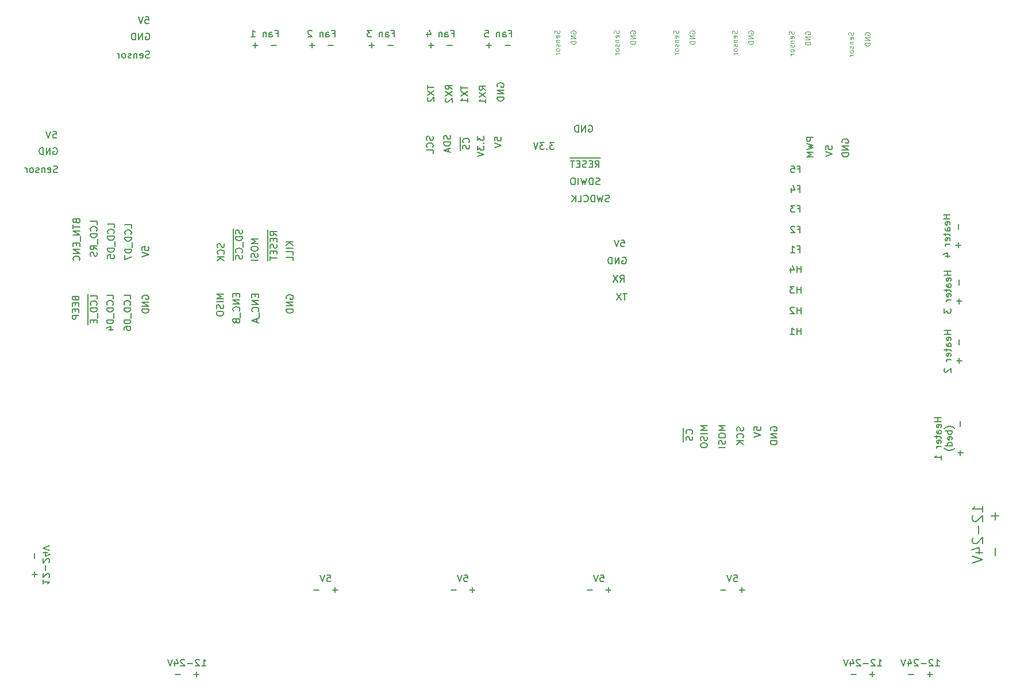
<source format=gbo>
G04 #@! TF.GenerationSoftware,KiCad,Pcbnew,(5.1.0-1558-g0ba0c1724)*
G04 #@! TF.CreationDate,2019-11-11T18:09:14-08:00*
G04 #@! TF.ProjectId,PrntrBoardV2,50726e74-7242-46f6-9172-6456322e6b69,rev?*
G04 #@! TF.SameCoordinates,Original*
G04 #@! TF.FileFunction,Legend,Bot*
G04 #@! TF.FilePolarity,Positive*
%FSLAX46Y46*%
G04 Gerber Fmt 4.6, Leading zero omitted, Abs format (unit mm)*
G04 Created by KiCad (PCBNEW (5.1.0-1558-g0ba0c1724)) date 2019-11-11 18:09:14*
%MOMM*%
%LPD*%
G04 APERTURE LIST*
%ADD10C,0.150000*%
%ADD11C,0.120000*%
%ADD12C,0.200000*%
G04 APERTURE END LIST*
D10*
X29181619Y-144938476D02*
X29181619Y-145509904D01*
X29181619Y-145224190D02*
X30181619Y-145224190D01*
X30038761Y-145319428D01*
X29943523Y-145414666D01*
X29895904Y-145509904D01*
X30086380Y-144557523D02*
X30134000Y-144509904D01*
X30181619Y-144414666D01*
X30181619Y-144176571D01*
X30134000Y-144081333D01*
X30086380Y-144033714D01*
X29991142Y-143986095D01*
X29895904Y-143986095D01*
X29753047Y-144033714D01*
X29181619Y-144605142D01*
X29181619Y-143986095D01*
X29562571Y-143557523D02*
X29562571Y-142795619D01*
X30086380Y-142367047D02*
X30134000Y-142319428D01*
X30181619Y-142224190D01*
X30181619Y-141986095D01*
X30134000Y-141890857D01*
X30086380Y-141843238D01*
X29991142Y-141795619D01*
X29895904Y-141795619D01*
X29753047Y-141843238D01*
X29181619Y-142414666D01*
X29181619Y-141795619D01*
X29848285Y-140938476D02*
X29181619Y-140938476D01*
X30229238Y-141176571D02*
X29514952Y-141414666D01*
X29514952Y-140795619D01*
X30181619Y-140557523D02*
X29181619Y-140224190D01*
X30181619Y-139890857D01*
X27952571Y-144509904D02*
X27952571Y-143748000D01*
X27571619Y-144128952D02*
X28333523Y-144128952D01*
X27952571Y-141748000D02*
X27952571Y-140986095D01*
X160686476Y-157635380D02*
X161257904Y-157635380D01*
X160972190Y-157635380D02*
X160972190Y-156635380D01*
X161067428Y-156778238D01*
X161162666Y-156873476D01*
X161257904Y-156921095D01*
X160305523Y-156730619D02*
X160257904Y-156683000D01*
X160162666Y-156635380D01*
X159924571Y-156635380D01*
X159829333Y-156683000D01*
X159781714Y-156730619D01*
X159734095Y-156825857D01*
X159734095Y-156921095D01*
X159781714Y-157063952D01*
X160353142Y-157635380D01*
X159734095Y-157635380D01*
X159305523Y-157254428D02*
X158543619Y-157254428D01*
X158115047Y-156730619D02*
X158067428Y-156683000D01*
X157972190Y-156635380D01*
X157734095Y-156635380D01*
X157638857Y-156683000D01*
X157591238Y-156730619D01*
X157543619Y-156825857D01*
X157543619Y-156921095D01*
X157591238Y-157063952D01*
X158162666Y-157635380D01*
X157543619Y-157635380D01*
X156686476Y-156968714D02*
X156686476Y-157635380D01*
X156924571Y-156587761D02*
X157162666Y-157302047D01*
X156543619Y-157302047D01*
X156305523Y-156635380D02*
X155972190Y-157635380D01*
X155638857Y-156635380D01*
X160257904Y-158864428D02*
X159496000Y-158864428D01*
X159876952Y-159245380D02*
X159876952Y-158483476D01*
X157496000Y-158864428D02*
X156734095Y-158864428D01*
X91249476Y-144189380D02*
X91725666Y-144189380D01*
X91773285Y-144665571D01*
X91725666Y-144617952D01*
X91630428Y-144570333D01*
X91392333Y-144570333D01*
X91297095Y-144617952D01*
X91249476Y-144665571D01*
X91201857Y-144760809D01*
X91201857Y-144998904D01*
X91249476Y-145094142D01*
X91297095Y-145141761D01*
X91392333Y-145189380D01*
X91630428Y-145189380D01*
X91725666Y-145141761D01*
X91773285Y-145094142D01*
X90916142Y-144189380D02*
X90582809Y-145189380D01*
X90249476Y-144189380D01*
X92820904Y-146418428D02*
X92059000Y-146418428D01*
X92439952Y-146799380D02*
X92439952Y-146037476D01*
X90059000Y-146418428D02*
X89297095Y-146418428D01*
X111315476Y-144189380D02*
X111791666Y-144189380D01*
X111839285Y-144665571D01*
X111791666Y-144617952D01*
X111696428Y-144570333D01*
X111458333Y-144570333D01*
X111363095Y-144617952D01*
X111315476Y-144665571D01*
X111267857Y-144760809D01*
X111267857Y-144998904D01*
X111315476Y-145094142D01*
X111363095Y-145141761D01*
X111458333Y-145189380D01*
X111696428Y-145189380D01*
X111791666Y-145141761D01*
X111839285Y-145094142D01*
X110982142Y-144189380D02*
X110648809Y-145189380D01*
X110315476Y-144189380D01*
X112886904Y-146418428D02*
X112125000Y-146418428D01*
X112505952Y-146799380D02*
X112505952Y-146037476D01*
X110125000Y-146418428D02*
X109363095Y-146418428D01*
X52609476Y-157635380D02*
X53180904Y-157635380D01*
X52895190Y-157635380D02*
X52895190Y-156635380D01*
X52990428Y-156778238D01*
X53085666Y-156873476D01*
X53180904Y-156921095D01*
X52228523Y-156730619D02*
X52180904Y-156683000D01*
X52085666Y-156635380D01*
X51847571Y-156635380D01*
X51752333Y-156683000D01*
X51704714Y-156730619D01*
X51657095Y-156825857D01*
X51657095Y-156921095D01*
X51704714Y-157063952D01*
X52276142Y-157635380D01*
X51657095Y-157635380D01*
X51228523Y-157254428D02*
X50466619Y-157254428D01*
X50038047Y-156730619D02*
X49990428Y-156683000D01*
X49895190Y-156635380D01*
X49657095Y-156635380D01*
X49561857Y-156683000D01*
X49514238Y-156730619D01*
X49466619Y-156825857D01*
X49466619Y-156921095D01*
X49514238Y-157063952D01*
X50085666Y-157635380D01*
X49466619Y-157635380D01*
X48609476Y-156968714D02*
X48609476Y-157635380D01*
X48847571Y-156587761D02*
X49085666Y-157302047D01*
X48466619Y-157302047D01*
X48228523Y-156635380D02*
X47895190Y-157635380D01*
X47561857Y-156635380D01*
X52180904Y-158864428D02*
X51419000Y-158864428D01*
X51799952Y-159245380D02*
X51799952Y-158483476D01*
X49419000Y-158864428D02*
X48657095Y-158864428D01*
X152177476Y-157635380D02*
X152748904Y-157635380D01*
X152463190Y-157635380D02*
X152463190Y-156635380D01*
X152558428Y-156778238D01*
X152653666Y-156873476D01*
X152748904Y-156921095D01*
X151796523Y-156730619D02*
X151748904Y-156683000D01*
X151653666Y-156635380D01*
X151415571Y-156635380D01*
X151320333Y-156683000D01*
X151272714Y-156730619D01*
X151225095Y-156825857D01*
X151225095Y-156921095D01*
X151272714Y-157063952D01*
X151844142Y-157635380D01*
X151225095Y-157635380D01*
X150796523Y-157254428D02*
X150034619Y-157254428D01*
X149606047Y-156730619D02*
X149558428Y-156683000D01*
X149463190Y-156635380D01*
X149225095Y-156635380D01*
X149129857Y-156683000D01*
X149082238Y-156730619D01*
X149034619Y-156825857D01*
X149034619Y-156921095D01*
X149082238Y-157063952D01*
X149653666Y-157635380D01*
X149034619Y-157635380D01*
X148177476Y-156968714D02*
X148177476Y-157635380D01*
X148415571Y-156587761D02*
X148653666Y-157302047D01*
X148034619Y-157302047D01*
X147796523Y-156635380D02*
X147463190Y-157635380D01*
X147129857Y-156635380D01*
X151748904Y-158864428D02*
X150987000Y-158864428D01*
X151367952Y-159245380D02*
X151367952Y-158483476D01*
X148987000Y-158864428D02*
X148225095Y-158864428D01*
X131000476Y-144189380D02*
X131476666Y-144189380D01*
X131524285Y-144665571D01*
X131476666Y-144617952D01*
X131381428Y-144570333D01*
X131143333Y-144570333D01*
X131048095Y-144617952D01*
X131000476Y-144665571D01*
X130952857Y-144760809D01*
X130952857Y-144998904D01*
X131000476Y-145094142D01*
X131048095Y-145141761D01*
X131143333Y-145189380D01*
X131381428Y-145189380D01*
X131476666Y-145141761D01*
X131524285Y-145094142D01*
X130667142Y-144189380D02*
X130333809Y-145189380D01*
X130000476Y-144189380D01*
X132571904Y-146418428D02*
X131810000Y-146418428D01*
X132190952Y-146799380D02*
X132190952Y-146037476D01*
X129810000Y-146418428D02*
X129048095Y-146418428D01*
X71056476Y-144189380D02*
X71532666Y-144189380D01*
X71580285Y-144665571D01*
X71532666Y-144617952D01*
X71437428Y-144570333D01*
X71199333Y-144570333D01*
X71104095Y-144617952D01*
X71056476Y-144665571D01*
X71008857Y-144760809D01*
X71008857Y-144998904D01*
X71056476Y-145094142D01*
X71104095Y-145141761D01*
X71199333Y-145189380D01*
X71437428Y-145189380D01*
X71532666Y-145141761D01*
X71580285Y-145094142D01*
X70723142Y-144189380D02*
X70389809Y-145189380D01*
X70056476Y-144189380D01*
X72627904Y-146418428D02*
X71866000Y-146418428D01*
X72246952Y-146799380D02*
X72246952Y-146037476D01*
X69866000Y-146418428D02*
X69104095Y-146418428D01*
X33964571Y-103467066D02*
X34012190Y-103609923D01*
X34059809Y-103657542D01*
X34155047Y-103705161D01*
X34297904Y-103705161D01*
X34393142Y-103657542D01*
X34440761Y-103609923D01*
X34488380Y-103514685D01*
X34488380Y-103133733D01*
X33488380Y-103133733D01*
X33488380Y-103467066D01*
X33536000Y-103562304D01*
X33583619Y-103609923D01*
X33678857Y-103657542D01*
X33774095Y-103657542D01*
X33869333Y-103609923D01*
X33916952Y-103562304D01*
X33964571Y-103467066D01*
X33964571Y-103133733D01*
X33964571Y-104133733D02*
X33964571Y-104467066D01*
X34488380Y-104609923D02*
X34488380Y-104133733D01*
X33488380Y-104133733D01*
X33488380Y-104609923D01*
X33964571Y-105038495D02*
X33964571Y-105371828D01*
X34488380Y-105514685D02*
X34488380Y-105038495D01*
X33488380Y-105038495D01*
X33488380Y-105514685D01*
X34488380Y-105943257D02*
X33488380Y-105943257D01*
X33488380Y-106324209D01*
X33536000Y-106419447D01*
X33583619Y-106467066D01*
X33678857Y-106514685D01*
X33821714Y-106514685D01*
X33916952Y-106467066D01*
X33964571Y-106419447D01*
X34012190Y-106324209D01*
X34012190Y-105943257D01*
X35788000Y-102816304D02*
X35788000Y-103625828D01*
X37155380Y-103530590D02*
X37155380Y-103054400D01*
X36155380Y-103054400D01*
X35788000Y-103625828D02*
X35788000Y-104625828D01*
X37060142Y-104435352D02*
X37107761Y-104387733D01*
X37155380Y-104244876D01*
X37155380Y-104149638D01*
X37107761Y-104006780D01*
X37012523Y-103911542D01*
X36917285Y-103863923D01*
X36726809Y-103816304D01*
X36583952Y-103816304D01*
X36393476Y-103863923D01*
X36298238Y-103911542D01*
X36203000Y-104006780D01*
X36155380Y-104149638D01*
X36155380Y-104244876D01*
X36203000Y-104387733D01*
X36250619Y-104435352D01*
X35788000Y-104625828D02*
X35788000Y-105625828D01*
X37155380Y-104863923D02*
X36155380Y-104863923D01*
X36155380Y-105102019D01*
X36203000Y-105244876D01*
X36298238Y-105340114D01*
X36393476Y-105387733D01*
X36583952Y-105435352D01*
X36726809Y-105435352D01*
X36917285Y-105387733D01*
X37012523Y-105340114D01*
X37107761Y-105244876D01*
X37155380Y-105102019D01*
X37155380Y-104863923D01*
X35788000Y-105625828D02*
X35788000Y-106387733D01*
X37250619Y-105625828D02*
X37250619Y-106387733D01*
X35788000Y-106387733D02*
X35788000Y-107292495D01*
X36631571Y-106625828D02*
X36631571Y-106959161D01*
X37155380Y-107102019D02*
X37155380Y-106625828D01*
X36155380Y-106625828D01*
X36155380Y-107102019D01*
X42108380Y-103514780D02*
X42108380Y-103038590D01*
X41108380Y-103038590D01*
X42013142Y-104419542D02*
X42060761Y-104371923D01*
X42108380Y-104229066D01*
X42108380Y-104133828D01*
X42060761Y-103990971D01*
X41965523Y-103895733D01*
X41870285Y-103848114D01*
X41679809Y-103800495D01*
X41536952Y-103800495D01*
X41346476Y-103848114D01*
X41251238Y-103895733D01*
X41156000Y-103990971D01*
X41108380Y-104133828D01*
X41108380Y-104229066D01*
X41156000Y-104371923D01*
X41203619Y-104419542D01*
X42108380Y-104848114D02*
X41108380Y-104848114D01*
X41108380Y-105086209D01*
X41156000Y-105229066D01*
X41251238Y-105324304D01*
X41346476Y-105371923D01*
X41536952Y-105419542D01*
X41679809Y-105419542D01*
X41870285Y-105371923D01*
X41965523Y-105324304D01*
X42060761Y-105229066D01*
X42108380Y-105086209D01*
X42108380Y-104848114D01*
X42203619Y-105610019D02*
X42203619Y-106371923D01*
X42108380Y-106610019D02*
X41108380Y-106610019D01*
X41108380Y-106848114D01*
X41156000Y-106990971D01*
X41251238Y-107086209D01*
X41346476Y-107133828D01*
X41536952Y-107181447D01*
X41679809Y-107181447D01*
X41870285Y-107133828D01*
X41965523Y-107086209D01*
X42060761Y-106990971D01*
X42108380Y-106848114D01*
X42108380Y-106610019D01*
X41108380Y-108038590D02*
X41108380Y-107848114D01*
X41156000Y-107752876D01*
X41203619Y-107705257D01*
X41346476Y-107610019D01*
X41536952Y-107562400D01*
X41917904Y-107562400D01*
X42013142Y-107610019D01*
X42060761Y-107657638D01*
X42108380Y-107752876D01*
X42108380Y-107943352D01*
X42060761Y-108038590D01*
X42013142Y-108086209D01*
X41917904Y-108133828D01*
X41679809Y-108133828D01*
X41584571Y-108086209D01*
X41536952Y-108038590D01*
X41489333Y-107943352D01*
X41489333Y-107752876D01*
X41536952Y-107657638D01*
X41584571Y-107610019D01*
X41679809Y-107562400D01*
X39568380Y-103514780D02*
X39568380Y-103038590D01*
X38568380Y-103038590D01*
X39473142Y-104419542D02*
X39520761Y-104371923D01*
X39568380Y-104229066D01*
X39568380Y-104133828D01*
X39520761Y-103990971D01*
X39425523Y-103895733D01*
X39330285Y-103848114D01*
X39139809Y-103800495D01*
X38996952Y-103800495D01*
X38806476Y-103848114D01*
X38711238Y-103895733D01*
X38616000Y-103990971D01*
X38568380Y-104133828D01*
X38568380Y-104229066D01*
X38616000Y-104371923D01*
X38663619Y-104419542D01*
X39568380Y-104848114D02*
X38568380Y-104848114D01*
X38568380Y-105086209D01*
X38616000Y-105229066D01*
X38711238Y-105324304D01*
X38806476Y-105371923D01*
X38996952Y-105419542D01*
X39139809Y-105419542D01*
X39330285Y-105371923D01*
X39425523Y-105324304D01*
X39520761Y-105229066D01*
X39568380Y-105086209D01*
X39568380Y-104848114D01*
X39663619Y-105610019D02*
X39663619Y-106371923D01*
X39568380Y-106610019D02*
X38568380Y-106610019D01*
X38568380Y-106848114D01*
X38616000Y-106990971D01*
X38711238Y-107086209D01*
X38806476Y-107133828D01*
X38996952Y-107181447D01*
X39139809Y-107181447D01*
X39330285Y-107133828D01*
X39425523Y-107086209D01*
X39520761Y-106990971D01*
X39568380Y-106848114D01*
X39568380Y-106610019D01*
X38901714Y-108038590D02*
X39568380Y-108038590D01*
X38520761Y-107800495D02*
X39235047Y-107562400D01*
X39235047Y-108181447D01*
X42235380Y-93100780D02*
X42235380Y-92624590D01*
X41235380Y-92624590D01*
X42140142Y-94005542D02*
X42187761Y-93957923D01*
X42235380Y-93815066D01*
X42235380Y-93719828D01*
X42187761Y-93576971D01*
X42092523Y-93481733D01*
X41997285Y-93434114D01*
X41806809Y-93386495D01*
X41663952Y-93386495D01*
X41473476Y-93434114D01*
X41378238Y-93481733D01*
X41283000Y-93576971D01*
X41235380Y-93719828D01*
X41235380Y-93815066D01*
X41283000Y-93957923D01*
X41330619Y-94005542D01*
X42235380Y-94434114D02*
X41235380Y-94434114D01*
X41235380Y-94672209D01*
X41283000Y-94815066D01*
X41378238Y-94910304D01*
X41473476Y-94957923D01*
X41663952Y-95005542D01*
X41806809Y-95005542D01*
X41997285Y-94957923D01*
X42092523Y-94910304D01*
X42187761Y-94815066D01*
X42235380Y-94672209D01*
X42235380Y-94434114D01*
X42330619Y-95196019D02*
X42330619Y-95957923D01*
X42235380Y-96196019D02*
X41235380Y-96196019D01*
X41235380Y-96434114D01*
X41283000Y-96576971D01*
X41378238Y-96672209D01*
X41473476Y-96719828D01*
X41663952Y-96767447D01*
X41806809Y-96767447D01*
X41997285Y-96719828D01*
X42092523Y-96672209D01*
X42187761Y-96576971D01*
X42235380Y-96434114D01*
X42235380Y-96196019D01*
X41235380Y-97100780D02*
X41235380Y-97767447D01*
X42235380Y-97338876D01*
X39695380Y-92973780D02*
X39695380Y-92497590D01*
X38695380Y-92497590D01*
X39600142Y-93878542D02*
X39647761Y-93830923D01*
X39695380Y-93688066D01*
X39695380Y-93592828D01*
X39647761Y-93449971D01*
X39552523Y-93354733D01*
X39457285Y-93307114D01*
X39266809Y-93259495D01*
X39123952Y-93259495D01*
X38933476Y-93307114D01*
X38838238Y-93354733D01*
X38743000Y-93449971D01*
X38695380Y-93592828D01*
X38695380Y-93688066D01*
X38743000Y-93830923D01*
X38790619Y-93878542D01*
X39695380Y-94307114D02*
X38695380Y-94307114D01*
X38695380Y-94545209D01*
X38743000Y-94688066D01*
X38838238Y-94783304D01*
X38933476Y-94830923D01*
X39123952Y-94878542D01*
X39266809Y-94878542D01*
X39457285Y-94830923D01*
X39552523Y-94783304D01*
X39647761Y-94688066D01*
X39695380Y-94545209D01*
X39695380Y-94307114D01*
X39790619Y-95069019D02*
X39790619Y-95830923D01*
X39695380Y-96069019D02*
X38695380Y-96069019D01*
X38695380Y-96307114D01*
X38743000Y-96449971D01*
X38838238Y-96545209D01*
X38933476Y-96592828D01*
X39123952Y-96640447D01*
X39266809Y-96640447D01*
X39457285Y-96592828D01*
X39552523Y-96545209D01*
X39647761Y-96449971D01*
X39695380Y-96307114D01*
X39695380Y-96069019D01*
X38695380Y-97545209D02*
X38695380Y-97069019D01*
X39171571Y-97021400D01*
X39123952Y-97069019D01*
X39076333Y-97164257D01*
X39076333Y-97402352D01*
X39123952Y-97497590D01*
X39171571Y-97545209D01*
X39266809Y-97592828D01*
X39504904Y-97592828D01*
X39600142Y-97545209D01*
X39647761Y-97497590D01*
X39695380Y-97402352D01*
X39695380Y-97164257D01*
X39647761Y-97069019D01*
X39600142Y-97021400D01*
X37155380Y-92592780D02*
X37155380Y-92116590D01*
X36155380Y-92116590D01*
X37060142Y-93497542D02*
X37107761Y-93449923D01*
X37155380Y-93307066D01*
X37155380Y-93211828D01*
X37107761Y-93068971D01*
X37012523Y-92973733D01*
X36917285Y-92926114D01*
X36726809Y-92878495D01*
X36583952Y-92878495D01*
X36393476Y-92926114D01*
X36298238Y-92973733D01*
X36203000Y-93068971D01*
X36155380Y-93211828D01*
X36155380Y-93307066D01*
X36203000Y-93449923D01*
X36250619Y-93497542D01*
X37155380Y-93926114D02*
X36155380Y-93926114D01*
X36155380Y-94164209D01*
X36203000Y-94307066D01*
X36298238Y-94402304D01*
X36393476Y-94449923D01*
X36583952Y-94497542D01*
X36726809Y-94497542D01*
X36917285Y-94449923D01*
X37012523Y-94402304D01*
X37107761Y-94307066D01*
X37155380Y-94164209D01*
X37155380Y-93926114D01*
X37250619Y-94688019D02*
X37250619Y-95449923D01*
X37155380Y-96259447D02*
X36679190Y-95926114D01*
X37155380Y-95688019D02*
X36155380Y-95688019D01*
X36155380Y-96068971D01*
X36203000Y-96164209D01*
X36250619Y-96211828D01*
X36345857Y-96259447D01*
X36488714Y-96259447D01*
X36583952Y-96211828D01*
X36631571Y-96164209D01*
X36679190Y-96068971D01*
X36679190Y-95688019D01*
X37107761Y-96640400D02*
X37155380Y-96783257D01*
X37155380Y-97021352D01*
X37107761Y-97116590D01*
X37060142Y-97164209D01*
X36964904Y-97211828D01*
X36869666Y-97211828D01*
X36774428Y-97164209D01*
X36726809Y-97116590D01*
X36679190Y-97021352D01*
X36631571Y-96830876D01*
X36583952Y-96735638D01*
X36536333Y-96688019D01*
X36441095Y-96640400D01*
X36345857Y-96640400D01*
X36250619Y-96688019D01*
X36203000Y-96735638D01*
X36155380Y-96830876D01*
X36155380Y-97068971D01*
X36203000Y-97211828D01*
X34091571Y-92076923D02*
X34139190Y-92219780D01*
X34186809Y-92267400D01*
X34282047Y-92315019D01*
X34424904Y-92315019D01*
X34520142Y-92267400D01*
X34567761Y-92219780D01*
X34615380Y-92124542D01*
X34615380Y-91743590D01*
X33615380Y-91743590D01*
X33615380Y-92076923D01*
X33663000Y-92172161D01*
X33710619Y-92219780D01*
X33805857Y-92267400D01*
X33901095Y-92267400D01*
X33996333Y-92219780D01*
X34043952Y-92172161D01*
X34091571Y-92076923D01*
X34091571Y-91743590D01*
X33615380Y-92600733D02*
X33615380Y-93172161D01*
X34615380Y-92886447D02*
X33615380Y-92886447D01*
X34615380Y-93505495D02*
X33615380Y-93505495D01*
X34615380Y-94076923D01*
X33615380Y-94076923D01*
X34710619Y-94315019D02*
X34710619Y-95076923D01*
X34091571Y-95315019D02*
X34091571Y-95648352D01*
X34615380Y-95791209D02*
X34615380Y-95315019D01*
X33615380Y-95315019D01*
X33615380Y-95791209D01*
X34615380Y-96219780D02*
X33615380Y-96219780D01*
X34615380Y-96791209D01*
X33615380Y-96791209D01*
X34520142Y-97838828D02*
X34567761Y-97791209D01*
X34615380Y-97648352D01*
X34615380Y-97553114D01*
X34567761Y-97410257D01*
X34472523Y-97315019D01*
X34377285Y-97267400D01*
X34186809Y-97219780D01*
X34043952Y-97219780D01*
X33853476Y-97267400D01*
X33758238Y-97315019D01*
X33663000Y-97410257D01*
X33615380Y-97553114D01*
X33615380Y-97648352D01*
X33663000Y-97791209D01*
X33710619Y-97838828D01*
X43775380Y-96354923D02*
X43775380Y-95878733D01*
X44251571Y-95831114D01*
X44203952Y-95878733D01*
X44156333Y-95973971D01*
X44156333Y-96212066D01*
X44203952Y-96307304D01*
X44251571Y-96354923D01*
X44346809Y-96402542D01*
X44584904Y-96402542D01*
X44680142Y-96354923D01*
X44727761Y-96307304D01*
X44775380Y-96212066D01*
X44775380Y-95973971D01*
X44727761Y-95878733D01*
X44680142Y-95831114D01*
X43775380Y-96688257D02*
X44775380Y-97021590D01*
X43775380Y-97354923D01*
X43823000Y-103530495D02*
X43775380Y-103435257D01*
X43775380Y-103292400D01*
X43823000Y-103149542D01*
X43918238Y-103054304D01*
X44013476Y-103006685D01*
X44203952Y-102959066D01*
X44346809Y-102959066D01*
X44537285Y-103006685D01*
X44632523Y-103054304D01*
X44727761Y-103149542D01*
X44775380Y-103292400D01*
X44775380Y-103387638D01*
X44727761Y-103530495D01*
X44680142Y-103578114D01*
X44346809Y-103578114D01*
X44346809Y-103387638D01*
X44775380Y-104006685D02*
X43775380Y-104006685D01*
X44775380Y-104578114D01*
X43775380Y-104578114D01*
X44775380Y-105054304D02*
X43775380Y-105054304D01*
X43775380Y-105292400D01*
X43823000Y-105435257D01*
X43918238Y-105530495D01*
X44013476Y-105578114D01*
X44203952Y-105625733D01*
X44346809Y-105625733D01*
X44537285Y-105578114D01*
X44632523Y-105530495D01*
X44727761Y-105435257D01*
X44775380Y-105292400D01*
X44775380Y-105054304D01*
X65108200Y-103505095D02*
X65060580Y-103409857D01*
X65060580Y-103267000D01*
X65108200Y-103124142D01*
X65203438Y-103028904D01*
X65298676Y-102981285D01*
X65489152Y-102933666D01*
X65632009Y-102933666D01*
X65822485Y-102981285D01*
X65917723Y-103028904D01*
X66012961Y-103124142D01*
X66060580Y-103267000D01*
X66060580Y-103362238D01*
X66012961Y-103505095D01*
X65965342Y-103552714D01*
X65632009Y-103552714D01*
X65632009Y-103362238D01*
X66060580Y-103981285D02*
X65060580Y-103981285D01*
X66060580Y-104552714D01*
X65060580Y-104552714D01*
X66060580Y-105028904D02*
X65060580Y-105028904D01*
X65060580Y-105267000D01*
X65108200Y-105409857D01*
X65203438Y-105505095D01*
X65298676Y-105552714D01*
X65489152Y-105600333D01*
X65632009Y-105600333D01*
X65822485Y-105552714D01*
X65917723Y-105505095D01*
X66012961Y-105409857D01*
X66060580Y-105267000D01*
X66060580Y-105028904D01*
X60456771Y-102854380D02*
X60456771Y-103187714D01*
X60980580Y-103330571D02*
X60980580Y-102854380D01*
X59980580Y-102854380D01*
X59980580Y-103330571D01*
X60980580Y-103759142D02*
X59980580Y-103759142D01*
X60980580Y-104330571D01*
X59980580Y-104330571D01*
X60885342Y-105378190D02*
X60932961Y-105330571D01*
X60980580Y-105187714D01*
X60980580Y-105092476D01*
X60932961Y-104949619D01*
X60837723Y-104854380D01*
X60742485Y-104806761D01*
X60552009Y-104759142D01*
X60409152Y-104759142D01*
X60218676Y-104806761D01*
X60123438Y-104854380D01*
X60028200Y-104949619D01*
X59980580Y-105092476D01*
X59980580Y-105187714D01*
X60028200Y-105330571D01*
X60075819Y-105378190D01*
X61075819Y-105568666D02*
X61075819Y-106330571D01*
X60694866Y-106521047D02*
X60694866Y-106997238D01*
X60980580Y-106425809D02*
X59980580Y-106759142D01*
X60980580Y-107092476D01*
X57662771Y-102782952D02*
X57662771Y-103116285D01*
X58186580Y-103259142D02*
X58186580Y-102782952D01*
X57186580Y-102782952D01*
X57186580Y-103259142D01*
X58186580Y-103687714D02*
X57186580Y-103687714D01*
X58186580Y-104259142D01*
X57186580Y-104259142D01*
X58091342Y-105306761D02*
X58138961Y-105259142D01*
X58186580Y-105116285D01*
X58186580Y-105021047D01*
X58138961Y-104878190D01*
X58043723Y-104782952D01*
X57948485Y-104735333D01*
X57758009Y-104687714D01*
X57615152Y-104687714D01*
X57424676Y-104735333D01*
X57329438Y-104782952D01*
X57234200Y-104878190D01*
X57186580Y-105021047D01*
X57186580Y-105116285D01*
X57234200Y-105259142D01*
X57281819Y-105306761D01*
X58281819Y-105497238D02*
X58281819Y-106259142D01*
X57662771Y-106830571D02*
X57710390Y-106973428D01*
X57758009Y-107021047D01*
X57853247Y-107068666D01*
X57996104Y-107068666D01*
X58091342Y-107021047D01*
X58138961Y-106973428D01*
X58186580Y-106878190D01*
X58186580Y-106497238D01*
X57186580Y-106497238D01*
X57186580Y-106830571D01*
X57234200Y-106925809D01*
X57281819Y-106973428D01*
X57377057Y-107021047D01*
X57472295Y-107021047D01*
X57567533Y-106973428D01*
X57615152Y-106925809D01*
X57662771Y-106830571D01*
X57662771Y-106497238D01*
X55773580Y-102822571D02*
X54773580Y-102822571D01*
X55487866Y-103155904D01*
X54773580Y-103489238D01*
X55773580Y-103489238D01*
X55773580Y-103965428D02*
X54773580Y-103965428D01*
X55725961Y-104394000D02*
X55773580Y-104536857D01*
X55773580Y-104774952D01*
X55725961Y-104870190D01*
X55678342Y-104917809D01*
X55583104Y-104965428D01*
X55487866Y-104965428D01*
X55392628Y-104917809D01*
X55345009Y-104870190D01*
X55297390Y-104774952D01*
X55249771Y-104584476D01*
X55202152Y-104489238D01*
X55154533Y-104441619D01*
X55059295Y-104394000D01*
X54964057Y-104394000D01*
X54868819Y-104441619D01*
X54821200Y-104489238D01*
X54773580Y-104584476D01*
X54773580Y-104822571D01*
X54821200Y-104965428D01*
X54773580Y-105584476D02*
X54773580Y-105774952D01*
X54821200Y-105870190D01*
X54916438Y-105965428D01*
X55106914Y-106013047D01*
X55440247Y-106013047D01*
X55630723Y-105965428D01*
X55725961Y-105870190D01*
X55773580Y-105774952D01*
X55773580Y-105584476D01*
X55725961Y-105489238D01*
X55630723Y-105394000D01*
X55440247Y-105346380D01*
X55106914Y-105346380D01*
X54916438Y-105394000D01*
X54821200Y-105489238D01*
X54773580Y-105584476D01*
X55852961Y-95361285D02*
X55900580Y-95504142D01*
X55900580Y-95742238D01*
X55852961Y-95837476D01*
X55805342Y-95885095D01*
X55710104Y-95932714D01*
X55614866Y-95932714D01*
X55519628Y-95885095D01*
X55472009Y-95837476D01*
X55424390Y-95742238D01*
X55376771Y-95551761D01*
X55329152Y-95456523D01*
X55281533Y-95408904D01*
X55186295Y-95361285D01*
X55091057Y-95361285D01*
X54995819Y-95408904D01*
X54948200Y-95456523D01*
X54900580Y-95551761D01*
X54900580Y-95789857D01*
X54948200Y-95932714D01*
X55805342Y-96932714D02*
X55852961Y-96885095D01*
X55900580Y-96742238D01*
X55900580Y-96647000D01*
X55852961Y-96504142D01*
X55757723Y-96408904D01*
X55662485Y-96361285D01*
X55472009Y-96313666D01*
X55329152Y-96313666D01*
X55138676Y-96361285D01*
X55043438Y-96408904D01*
X54948200Y-96504142D01*
X54900580Y-96647000D01*
X54900580Y-96742238D01*
X54948200Y-96885095D01*
X54995819Y-96932714D01*
X55900580Y-97361285D02*
X54900580Y-97361285D01*
X55900580Y-97932714D02*
X55329152Y-97504142D01*
X54900580Y-97932714D02*
X55472009Y-97361285D01*
X57200200Y-93170666D02*
X57200200Y-94123047D01*
X58519961Y-93361142D02*
X58567580Y-93504000D01*
X58567580Y-93742095D01*
X58519961Y-93837333D01*
X58472342Y-93884952D01*
X58377104Y-93932571D01*
X58281866Y-93932571D01*
X58186628Y-93884952D01*
X58139009Y-93837333D01*
X58091390Y-93742095D01*
X58043771Y-93551619D01*
X57996152Y-93456380D01*
X57948533Y-93408761D01*
X57853295Y-93361142D01*
X57758057Y-93361142D01*
X57662819Y-93408761D01*
X57615200Y-93456380D01*
X57567580Y-93551619D01*
X57567580Y-93789714D01*
X57615200Y-93932571D01*
X57200200Y-94123047D02*
X57200200Y-95123047D01*
X58567580Y-94361142D02*
X57567580Y-94361142D01*
X57567580Y-94599238D01*
X57615200Y-94742095D01*
X57710438Y-94837333D01*
X57805676Y-94884952D01*
X57996152Y-94932571D01*
X58139009Y-94932571D01*
X58329485Y-94884952D01*
X58424723Y-94837333D01*
X58519961Y-94742095D01*
X58567580Y-94599238D01*
X58567580Y-94361142D01*
X57200200Y-95123047D02*
X57200200Y-95884952D01*
X58662819Y-95123047D02*
X58662819Y-95884952D01*
X57200200Y-95884952D02*
X57200200Y-96884952D01*
X58472342Y-96694476D02*
X58519961Y-96646857D01*
X58567580Y-96504000D01*
X58567580Y-96408761D01*
X58519961Y-96265904D01*
X58424723Y-96170666D01*
X58329485Y-96123047D01*
X58139009Y-96075428D01*
X57996152Y-96075428D01*
X57805676Y-96123047D01*
X57710438Y-96170666D01*
X57615200Y-96265904D01*
X57567580Y-96408761D01*
X57567580Y-96504000D01*
X57615200Y-96646857D01*
X57662819Y-96694476D01*
X57200200Y-96884952D02*
X57200200Y-97837333D01*
X58519961Y-97075428D02*
X58567580Y-97218285D01*
X58567580Y-97456380D01*
X58519961Y-97551619D01*
X58472342Y-97599238D01*
X58377104Y-97646857D01*
X58281866Y-97646857D01*
X58186628Y-97599238D01*
X58139009Y-97551619D01*
X58091390Y-97456380D01*
X58043771Y-97265904D01*
X57996152Y-97170666D01*
X57948533Y-97123047D01*
X57853295Y-97075428D01*
X57758057Y-97075428D01*
X57662819Y-97123047D01*
X57615200Y-97170666D01*
X57567580Y-97265904D01*
X57567580Y-97504000D01*
X57615200Y-97646857D01*
X60853580Y-94694571D02*
X59853580Y-94694571D01*
X60567866Y-95027904D01*
X59853580Y-95361238D01*
X60853580Y-95361238D01*
X59853580Y-96027904D02*
X59853580Y-96218380D01*
X59901200Y-96313619D01*
X59996438Y-96408857D01*
X60186914Y-96456476D01*
X60520247Y-96456476D01*
X60710723Y-96408857D01*
X60805961Y-96313619D01*
X60853580Y-96218380D01*
X60853580Y-96027904D01*
X60805961Y-95932666D01*
X60710723Y-95837428D01*
X60520247Y-95789809D01*
X60186914Y-95789809D01*
X59996438Y-95837428D01*
X59901200Y-95932666D01*
X59853580Y-96027904D01*
X60805961Y-96837428D02*
X60853580Y-96980285D01*
X60853580Y-97218380D01*
X60805961Y-97313619D01*
X60758342Y-97361238D01*
X60663104Y-97408857D01*
X60567866Y-97408857D01*
X60472628Y-97361238D01*
X60425009Y-97313619D01*
X60377390Y-97218380D01*
X60329771Y-97027904D01*
X60282152Y-96932666D01*
X60234533Y-96885047D01*
X60139295Y-96837428D01*
X60044057Y-96837428D01*
X59948819Y-96885047D01*
X59901200Y-96932666D01*
X59853580Y-97027904D01*
X59853580Y-97266000D01*
X59901200Y-97408857D01*
X60853580Y-97837428D02*
X59853580Y-97837428D01*
X62280200Y-93369095D02*
X62280200Y-94369095D01*
X63647580Y-94178619D02*
X63171390Y-93845285D01*
X63647580Y-93607190D02*
X62647580Y-93607190D01*
X62647580Y-93988142D01*
X62695200Y-94083380D01*
X62742819Y-94131000D01*
X62838057Y-94178619D01*
X62980914Y-94178619D01*
X63076152Y-94131000D01*
X63123771Y-94083380D01*
X63171390Y-93988142D01*
X63171390Y-93607190D01*
X62280200Y-94369095D02*
X62280200Y-95273857D01*
X63123771Y-94607190D02*
X63123771Y-94940523D01*
X63647580Y-95083380D02*
X63647580Y-94607190D01*
X62647580Y-94607190D01*
X62647580Y-95083380D01*
X62280200Y-95273857D02*
X62280200Y-96226238D01*
X63599961Y-95464333D02*
X63647580Y-95607190D01*
X63647580Y-95845285D01*
X63599961Y-95940523D01*
X63552342Y-95988142D01*
X63457104Y-96035761D01*
X63361866Y-96035761D01*
X63266628Y-95988142D01*
X63219009Y-95940523D01*
X63171390Y-95845285D01*
X63123771Y-95654809D01*
X63076152Y-95559571D01*
X63028533Y-95511952D01*
X62933295Y-95464333D01*
X62838057Y-95464333D01*
X62742819Y-95511952D01*
X62695200Y-95559571D01*
X62647580Y-95654809D01*
X62647580Y-95892904D01*
X62695200Y-96035761D01*
X62280200Y-96226238D02*
X62280200Y-97131000D01*
X63123771Y-96464333D02*
X63123771Y-96797666D01*
X63647580Y-96940523D02*
X63647580Y-96464333D01*
X62647580Y-96464333D01*
X62647580Y-96940523D01*
X62280200Y-97131000D02*
X62280200Y-97892904D01*
X62647580Y-97226238D02*
X62647580Y-97797666D01*
X63647580Y-97511952D02*
X62647580Y-97511952D01*
X66060580Y-95083476D02*
X65060580Y-95083476D01*
X66060580Y-95654904D02*
X65489152Y-95226333D01*
X65060580Y-95654904D02*
X65632009Y-95083476D01*
X66060580Y-96083476D02*
X65060580Y-96083476D01*
X66060580Y-97035857D02*
X66060580Y-96559666D01*
X65060580Y-96559666D01*
X66060580Y-97845380D02*
X66060580Y-97369190D01*
X65060580Y-97369190D01*
X140414333Y-84383571D02*
X140747666Y-84383571D01*
X140747666Y-84907380D02*
X140747666Y-83907380D01*
X140271476Y-83907380D01*
X139414333Y-83907380D02*
X139890523Y-83907380D01*
X139938142Y-84383571D01*
X139890523Y-84335952D01*
X139795285Y-84288333D01*
X139557190Y-84288333D01*
X139461952Y-84335952D01*
X139414333Y-84383571D01*
X139366714Y-84478809D01*
X139366714Y-84716904D01*
X139414333Y-84812142D01*
X139461952Y-84859761D01*
X139557190Y-84907380D01*
X139795285Y-84907380D01*
X139890523Y-84859761D01*
X139938142Y-84812142D01*
X140414333Y-87304571D02*
X140747666Y-87304571D01*
X140747666Y-87828380D02*
X140747666Y-86828380D01*
X140271476Y-86828380D01*
X139461952Y-87161714D02*
X139461952Y-87828380D01*
X139700047Y-86780761D02*
X139938142Y-87495047D01*
X139319095Y-87495047D01*
X140414333Y-90225571D02*
X140747666Y-90225571D01*
X140747666Y-90749380D02*
X140747666Y-89749380D01*
X140271476Y-89749380D01*
X139985761Y-89749380D02*
X139366714Y-89749380D01*
X139700047Y-90130333D01*
X139557190Y-90130333D01*
X139461952Y-90177952D01*
X139414333Y-90225571D01*
X139366714Y-90320809D01*
X139366714Y-90558904D01*
X139414333Y-90654142D01*
X139461952Y-90701761D01*
X139557190Y-90749380D01*
X139842904Y-90749380D01*
X139938142Y-90701761D01*
X139985761Y-90654142D01*
X140414333Y-93273571D02*
X140747666Y-93273571D01*
X140747666Y-93797380D02*
X140747666Y-92797380D01*
X140271476Y-92797380D01*
X139938142Y-92892619D02*
X139890523Y-92845000D01*
X139795285Y-92797380D01*
X139557190Y-92797380D01*
X139461952Y-92845000D01*
X139414333Y-92892619D01*
X139366714Y-92987857D01*
X139366714Y-93083095D01*
X139414333Y-93225952D01*
X139985761Y-93797380D01*
X139366714Y-93797380D01*
X140414333Y-96194571D02*
X140747666Y-96194571D01*
X140747666Y-96718380D02*
X140747666Y-95718380D01*
X140271476Y-95718380D01*
X139366714Y-96718380D02*
X139938142Y-96718380D01*
X139652428Y-96718380D02*
X139652428Y-95718380D01*
X139747666Y-95861238D01*
X139842904Y-95956476D01*
X139938142Y-96004095D01*
X140842904Y-99639380D02*
X140842904Y-98639380D01*
X140842904Y-99115571D02*
X140271476Y-99115571D01*
X140271476Y-99639380D02*
X140271476Y-98639380D01*
X139366714Y-98972714D02*
X139366714Y-99639380D01*
X139604809Y-98591761D02*
X139842904Y-99306047D01*
X139223857Y-99306047D01*
X140842904Y-102687380D02*
X140842904Y-101687380D01*
X140842904Y-102163571D02*
X140271476Y-102163571D01*
X140271476Y-102687380D02*
X140271476Y-101687380D01*
X139890523Y-101687380D02*
X139271476Y-101687380D01*
X139604809Y-102068333D01*
X139461952Y-102068333D01*
X139366714Y-102115952D01*
X139319095Y-102163571D01*
X139271476Y-102258809D01*
X139271476Y-102496904D01*
X139319095Y-102592142D01*
X139366714Y-102639761D01*
X139461952Y-102687380D01*
X139747666Y-102687380D01*
X139842904Y-102639761D01*
X139890523Y-102592142D01*
X140842904Y-105735380D02*
X140842904Y-104735380D01*
X140842904Y-105211571D02*
X140271476Y-105211571D01*
X140271476Y-105735380D02*
X140271476Y-104735380D01*
X139842904Y-104830619D02*
X139795285Y-104783000D01*
X139700047Y-104735380D01*
X139461952Y-104735380D01*
X139366714Y-104783000D01*
X139319095Y-104830619D01*
X139271476Y-104925857D01*
X139271476Y-105021095D01*
X139319095Y-105163952D01*
X139890523Y-105735380D01*
X139271476Y-105735380D01*
X140842904Y-108783380D02*
X140842904Y-107783380D01*
X140842904Y-108259571D02*
X140271476Y-108259571D01*
X140271476Y-108783380D02*
X140271476Y-107783380D01*
X139271476Y-108783380D02*
X139842904Y-108783380D01*
X139557190Y-108783380D02*
X139557190Y-107783380D01*
X139652428Y-107926238D01*
X139747666Y-108021476D01*
X139842904Y-108069095D01*
X95718380Y-80200523D02*
X95718380Y-79724333D01*
X96194571Y-79676714D01*
X96146952Y-79724333D01*
X96099333Y-79819571D01*
X96099333Y-80057666D01*
X96146952Y-80152904D01*
X96194571Y-80200523D01*
X96289809Y-80248142D01*
X96527904Y-80248142D01*
X96623142Y-80200523D01*
X96670761Y-80152904D01*
X96718380Y-80057666D01*
X96718380Y-79819571D01*
X96670761Y-79724333D01*
X96623142Y-79676714D01*
X95718380Y-80533857D02*
X96718380Y-80867190D01*
X95718380Y-81200523D01*
X93178380Y-79549809D02*
X93178380Y-80168857D01*
X93559333Y-79835523D01*
X93559333Y-79978380D01*
X93606952Y-80073619D01*
X93654571Y-80121238D01*
X93749809Y-80168857D01*
X93987904Y-80168857D01*
X94083142Y-80121238D01*
X94130761Y-80073619D01*
X94178380Y-79978380D01*
X94178380Y-79692666D01*
X94130761Y-79597428D01*
X94083142Y-79549809D01*
X94083142Y-80597428D02*
X94130761Y-80645047D01*
X94178380Y-80597428D01*
X94130761Y-80549809D01*
X94083142Y-80597428D01*
X94178380Y-80597428D01*
X93178380Y-80978380D02*
X93178380Y-81597428D01*
X93559333Y-81264095D01*
X93559333Y-81406952D01*
X93606952Y-81502190D01*
X93654571Y-81549809D01*
X93749809Y-81597428D01*
X93987904Y-81597428D01*
X94083142Y-81549809D01*
X94130761Y-81502190D01*
X94178380Y-81406952D01*
X94178380Y-81121238D01*
X94130761Y-81026000D01*
X94083142Y-80978380D01*
X93178380Y-81883142D02*
X94178380Y-82216476D01*
X93178380Y-82549809D01*
X90652000Y-79668809D02*
X90652000Y-80668809D01*
X91924142Y-80478333D02*
X91971761Y-80430714D01*
X92019380Y-80287857D01*
X92019380Y-80192619D01*
X91971761Y-80049761D01*
X91876523Y-79954523D01*
X91781285Y-79906904D01*
X91590809Y-79859285D01*
X91447952Y-79859285D01*
X91257476Y-79906904D01*
X91162238Y-79954523D01*
X91067000Y-80049761D01*
X91019380Y-80192619D01*
X91019380Y-80287857D01*
X91067000Y-80430714D01*
X91114619Y-80478333D01*
X90652000Y-80668809D02*
X90652000Y-81621190D01*
X91971761Y-80859285D02*
X92019380Y-81002142D01*
X92019380Y-81240238D01*
X91971761Y-81335476D01*
X91924142Y-81383095D01*
X91828904Y-81430714D01*
X91733666Y-81430714D01*
X91638428Y-81383095D01*
X91590809Y-81335476D01*
X91543190Y-81240238D01*
X91495571Y-81049761D01*
X91447952Y-80954523D01*
X91400333Y-80906904D01*
X91305095Y-80859285D01*
X91209857Y-80859285D01*
X91114619Y-80906904D01*
X91067000Y-80954523D01*
X91019380Y-81049761D01*
X91019380Y-81287857D01*
X91067000Y-81430714D01*
X86637761Y-79581523D02*
X86685380Y-79724380D01*
X86685380Y-79962476D01*
X86637761Y-80057714D01*
X86590142Y-80105333D01*
X86494904Y-80152952D01*
X86399666Y-80152952D01*
X86304428Y-80105333D01*
X86256809Y-80057714D01*
X86209190Y-79962476D01*
X86161571Y-79772000D01*
X86113952Y-79676761D01*
X86066333Y-79629142D01*
X85971095Y-79581523D01*
X85875857Y-79581523D01*
X85780619Y-79629142D01*
X85733000Y-79676761D01*
X85685380Y-79772000D01*
X85685380Y-80010095D01*
X85733000Y-80152952D01*
X86590142Y-81152952D02*
X86637761Y-81105333D01*
X86685380Y-80962476D01*
X86685380Y-80867238D01*
X86637761Y-80724380D01*
X86542523Y-80629142D01*
X86447285Y-80581523D01*
X86256809Y-80533904D01*
X86113952Y-80533904D01*
X85923476Y-80581523D01*
X85828238Y-80629142D01*
X85733000Y-80724380D01*
X85685380Y-80867238D01*
X85685380Y-80962476D01*
X85733000Y-81105333D01*
X85780619Y-81152952D01*
X86685380Y-82057714D02*
X86685380Y-81581523D01*
X85685380Y-81581523D01*
X89177761Y-79430714D02*
X89225380Y-79573571D01*
X89225380Y-79811666D01*
X89177761Y-79906904D01*
X89130142Y-79954523D01*
X89034904Y-80002142D01*
X88939666Y-80002142D01*
X88844428Y-79954523D01*
X88796809Y-79906904D01*
X88749190Y-79811666D01*
X88701571Y-79621190D01*
X88653952Y-79525952D01*
X88606333Y-79478333D01*
X88511095Y-79430714D01*
X88415857Y-79430714D01*
X88320619Y-79478333D01*
X88273000Y-79525952D01*
X88225380Y-79621190D01*
X88225380Y-79859285D01*
X88273000Y-80002142D01*
X89225380Y-80430714D02*
X88225380Y-80430714D01*
X88225380Y-80668809D01*
X88273000Y-80811666D01*
X88368238Y-80906904D01*
X88463476Y-80954523D01*
X88653952Y-81002142D01*
X88796809Y-81002142D01*
X88987285Y-80954523D01*
X89082523Y-80906904D01*
X89177761Y-80811666D01*
X89225380Y-80668809D01*
X89225380Y-80430714D01*
X88939666Y-81383095D02*
X88939666Y-81859285D01*
X89225380Y-81287857D02*
X88225380Y-81621190D01*
X89225380Y-81954523D01*
X89479380Y-72636142D02*
X89003190Y-72302809D01*
X89479380Y-72064714D02*
X88479380Y-72064714D01*
X88479380Y-72445666D01*
X88527000Y-72540904D01*
X88574619Y-72588523D01*
X88669857Y-72636142D01*
X88812714Y-72636142D01*
X88907952Y-72588523D01*
X88955571Y-72540904D01*
X89003190Y-72445666D01*
X89003190Y-72064714D01*
X88479380Y-72969476D02*
X89479380Y-73636142D01*
X88479380Y-73636142D02*
X89479380Y-72969476D01*
X88574619Y-73969476D02*
X88527000Y-74017095D01*
X88479380Y-74112333D01*
X88479380Y-74350428D01*
X88527000Y-74445666D01*
X88574619Y-74493285D01*
X88669857Y-74540904D01*
X88765095Y-74540904D01*
X88907952Y-74493285D01*
X89479380Y-73921857D01*
X89479380Y-74540904D01*
X85812380Y-72040904D02*
X85812380Y-72612333D01*
X86812380Y-72326619D02*
X85812380Y-72326619D01*
X85812380Y-72850428D02*
X86812380Y-73517095D01*
X85812380Y-73517095D02*
X86812380Y-72850428D01*
X85907619Y-73850428D02*
X85860000Y-73898047D01*
X85812380Y-73993285D01*
X85812380Y-74231380D01*
X85860000Y-74326619D01*
X85907619Y-74374238D01*
X86002857Y-74421857D01*
X86098095Y-74421857D01*
X86240952Y-74374238D01*
X86812380Y-73802809D01*
X86812380Y-74421857D01*
X90765380Y-72167904D02*
X90765380Y-72739333D01*
X91765380Y-72453619D02*
X90765380Y-72453619D01*
X90765380Y-72977428D02*
X91765380Y-73644095D01*
X90765380Y-73644095D02*
X91765380Y-72977428D01*
X91765380Y-74548857D02*
X91765380Y-73977428D01*
X91765380Y-74263142D02*
X90765380Y-74263142D01*
X90908238Y-74167904D01*
X91003476Y-74072666D01*
X91051095Y-73977428D01*
X94432380Y-72763142D02*
X93956190Y-72429809D01*
X94432380Y-72191714D02*
X93432380Y-72191714D01*
X93432380Y-72572666D01*
X93480000Y-72667904D01*
X93527619Y-72715523D01*
X93622857Y-72763142D01*
X93765714Y-72763142D01*
X93860952Y-72715523D01*
X93908571Y-72667904D01*
X93956190Y-72572666D01*
X93956190Y-72191714D01*
X93432380Y-73096476D02*
X94432380Y-73763142D01*
X93432380Y-73763142D02*
X94432380Y-73096476D01*
X94432380Y-74667904D02*
X94432380Y-74096476D01*
X94432380Y-74382190D02*
X93432380Y-74382190D01*
X93575238Y-74286952D01*
X93670476Y-74191714D01*
X93718095Y-74096476D01*
X96147000Y-72263095D02*
X96099380Y-72167857D01*
X96099380Y-72025000D01*
X96147000Y-71882142D01*
X96242238Y-71786904D01*
X96337476Y-71739285D01*
X96527952Y-71691666D01*
X96670809Y-71691666D01*
X96861285Y-71739285D01*
X96956523Y-71786904D01*
X97051761Y-71882142D01*
X97099380Y-72025000D01*
X97099380Y-72120238D01*
X97051761Y-72263095D01*
X97004142Y-72310714D01*
X96670809Y-72310714D01*
X96670809Y-72120238D01*
X97099380Y-72739285D02*
X96099380Y-72739285D01*
X97099380Y-73310714D01*
X96099380Y-73310714D01*
X97099380Y-73786904D02*
X96099380Y-73786904D01*
X96099380Y-74025000D01*
X96147000Y-74167857D01*
X96242238Y-74263095D01*
X96337476Y-74310714D01*
X96527952Y-74358333D01*
X96670809Y-74358333D01*
X96861285Y-74310714D01*
X96956523Y-74263095D01*
X97051761Y-74167857D01*
X97099380Y-74025000D01*
X97099380Y-73786904D01*
D11*
X148575071Y-64228857D02*
X148610785Y-64336000D01*
X148610785Y-64514571D01*
X148575071Y-64586000D01*
X148539357Y-64621714D01*
X148467928Y-64657428D01*
X148396500Y-64657428D01*
X148325071Y-64621714D01*
X148289357Y-64586000D01*
X148253642Y-64514571D01*
X148217928Y-64371714D01*
X148182214Y-64300285D01*
X148146500Y-64264571D01*
X148075071Y-64228857D01*
X148003642Y-64228857D01*
X147932214Y-64264571D01*
X147896500Y-64300285D01*
X147860785Y-64371714D01*
X147860785Y-64550285D01*
X147896500Y-64657428D01*
X148575071Y-65264571D02*
X148610785Y-65193142D01*
X148610785Y-65050285D01*
X148575071Y-64978857D01*
X148503642Y-64943142D01*
X148217928Y-64943142D01*
X148146500Y-64978857D01*
X148110785Y-65050285D01*
X148110785Y-65193142D01*
X148146500Y-65264571D01*
X148217928Y-65300285D01*
X148289357Y-65300285D01*
X148360785Y-64943142D01*
X148110785Y-65621714D02*
X148610785Y-65621714D01*
X148182214Y-65621714D02*
X148146500Y-65657428D01*
X148110785Y-65728857D01*
X148110785Y-65836000D01*
X148146500Y-65907428D01*
X148217928Y-65943142D01*
X148610785Y-65943142D01*
X148575071Y-66264571D02*
X148610785Y-66336000D01*
X148610785Y-66478857D01*
X148575071Y-66550285D01*
X148503642Y-66586000D01*
X148467928Y-66586000D01*
X148396500Y-66550285D01*
X148360785Y-66478857D01*
X148360785Y-66371714D01*
X148325071Y-66300285D01*
X148253642Y-66264571D01*
X148217928Y-66264571D01*
X148146500Y-66300285D01*
X148110785Y-66371714D01*
X148110785Y-66478857D01*
X148146500Y-66550285D01*
X148610785Y-67014571D02*
X148575071Y-66943142D01*
X148539357Y-66907428D01*
X148467928Y-66871714D01*
X148253642Y-66871714D01*
X148182214Y-66907428D01*
X148146500Y-66943142D01*
X148110785Y-67014571D01*
X148110785Y-67121714D01*
X148146500Y-67193142D01*
X148182214Y-67228857D01*
X148253642Y-67264571D01*
X148467928Y-67264571D01*
X148539357Y-67228857D01*
X148575071Y-67193142D01*
X148610785Y-67121714D01*
X148610785Y-67014571D01*
X148610785Y-67586000D02*
X148110785Y-67586000D01*
X148253642Y-67586000D02*
X148182214Y-67621714D01*
X148146500Y-67657428D01*
X148110785Y-67728857D01*
X148110785Y-67800285D01*
X150311500Y-64657428D02*
X150275785Y-64586000D01*
X150275785Y-64478857D01*
X150311500Y-64371714D01*
X150382928Y-64300285D01*
X150454357Y-64264571D01*
X150597214Y-64228857D01*
X150704357Y-64228857D01*
X150847214Y-64264571D01*
X150918642Y-64300285D01*
X150990071Y-64371714D01*
X151025785Y-64478857D01*
X151025785Y-64550285D01*
X150990071Y-64657428D01*
X150954357Y-64693142D01*
X150704357Y-64693142D01*
X150704357Y-64550285D01*
X151025785Y-65014571D02*
X150275785Y-65014571D01*
X151025785Y-65443142D01*
X150275785Y-65443142D01*
X151025785Y-65800285D02*
X150275785Y-65800285D01*
X150275785Y-65978857D01*
X150311500Y-66086000D01*
X150382928Y-66157428D01*
X150454357Y-66193142D01*
X150597214Y-66228857D01*
X150704357Y-66228857D01*
X150847214Y-66193142D01*
X150918642Y-66157428D01*
X150990071Y-66086000D01*
X151025785Y-65978857D01*
X151025785Y-65800285D01*
X139812071Y-64101857D02*
X139847785Y-64209000D01*
X139847785Y-64387571D01*
X139812071Y-64459000D01*
X139776357Y-64494714D01*
X139704928Y-64530428D01*
X139633500Y-64530428D01*
X139562071Y-64494714D01*
X139526357Y-64459000D01*
X139490642Y-64387571D01*
X139454928Y-64244714D01*
X139419214Y-64173285D01*
X139383500Y-64137571D01*
X139312071Y-64101857D01*
X139240642Y-64101857D01*
X139169214Y-64137571D01*
X139133500Y-64173285D01*
X139097785Y-64244714D01*
X139097785Y-64423285D01*
X139133500Y-64530428D01*
X139812071Y-65137571D02*
X139847785Y-65066142D01*
X139847785Y-64923285D01*
X139812071Y-64851857D01*
X139740642Y-64816142D01*
X139454928Y-64816142D01*
X139383500Y-64851857D01*
X139347785Y-64923285D01*
X139347785Y-65066142D01*
X139383500Y-65137571D01*
X139454928Y-65173285D01*
X139526357Y-65173285D01*
X139597785Y-64816142D01*
X139347785Y-65494714D02*
X139847785Y-65494714D01*
X139419214Y-65494714D02*
X139383500Y-65530428D01*
X139347785Y-65601857D01*
X139347785Y-65709000D01*
X139383500Y-65780428D01*
X139454928Y-65816142D01*
X139847785Y-65816142D01*
X139812071Y-66137571D02*
X139847785Y-66209000D01*
X139847785Y-66351857D01*
X139812071Y-66423285D01*
X139740642Y-66459000D01*
X139704928Y-66459000D01*
X139633500Y-66423285D01*
X139597785Y-66351857D01*
X139597785Y-66244714D01*
X139562071Y-66173285D01*
X139490642Y-66137571D01*
X139454928Y-66137571D01*
X139383500Y-66173285D01*
X139347785Y-66244714D01*
X139347785Y-66351857D01*
X139383500Y-66423285D01*
X139847785Y-66887571D02*
X139812071Y-66816142D01*
X139776357Y-66780428D01*
X139704928Y-66744714D01*
X139490642Y-66744714D01*
X139419214Y-66780428D01*
X139383500Y-66816142D01*
X139347785Y-66887571D01*
X139347785Y-66994714D01*
X139383500Y-67066142D01*
X139419214Y-67101857D01*
X139490642Y-67137571D01*
X139704928Y-67137571D01*
X139776357Y-67101857D01*
X139812071Y-67066142D01*
X139847785Y-66994714D01*
X139847785Y-66887571D01*
X139847785Y-67459000D02*
X139347785Y-67459000D01*
X139490642Y-67459000D02*
X139419214Y-67494714D01*
X139383500Y-67530428D01*
X139347785Y-67601857D01*
X139347785Y-67673285D01*
X141548500Y-64530428D02*
X141512785Y-64459000D01*
X141512785Y-64351857D01*
X141548500Y-64244714D01*
X141619928Y-64173285D01*
X141691357Y-64137571D01*
X141834214Y-64101857D01*
X141941357Y-64101857D01*
X142084214Y-64137571D01*
X142155642Y-64173285D01*
X142227071Y-64244714D01*
X142262785Y-64351857D01*
X142262785Y-64423285D01*
X142227071Y-64530428D01*
X142191357Y-64566142D01*
X141941357Y-64566142D01*
X141941357Y-64423285D01*
X142262785Y-64887571D02*
X141512785Y-64887571D01*
X142262785Y-65316142D01*
X141512785Y-65316142D01*
X142262785Y-65673285D02*
X141512785Y-65673285D01*
X141512785Y-65851857D01*
X141548500Y-65959000D01*
X141619928Y-66030428D01*
X141691357Y-66066142D01*
X141834214Y-66101857D01*
X141941357Y-66101857D01*
X142084214Y-66066142D01*
X142155642Y-66030428D01*
X142227071Y-65959000D01*
X142262785Y-65851857D01*
X142262785Y-65673285D01*
X131430071Y-63974857D02*
X131465785Y-64082000D01*
X131465785Y-64260571D01*
X131430071Y-64332000D01*
X131394357Y-64367714D01*
X131322928Y-64403428D01*
X131251500Y-64403428D01*
X131180071Y-64367714D01*
X131144357Y-64332000D01*
X131108642Y-64260571D01*
X131072928Y-64117714D01*
X131037214Y-64046285D01*
X131001500Y-64010571D01*
X130930071Y-63974857D01*
X130858642Y-63974857D01*
X130787214Y-64010571D01*
X130751500Y-64046285D01*
X130715785Y-64117714D01*
X130715785Y-64296285D01*
X130751500Y-64403428D01*
X131430071Y-65010571D02*
X131465785Y-64939142D01*
X131465785Y-64796285D01*
X131430071Y-64724857D01*
X131358642Y-64689142D01*
X131072928Y-64689142D01*
X131001500Y-64724857D01*
X130965785Y-64796285D01*
X130965785Y-64939142D01*
X131001500Y-65010571D01*
X131072928Y-65046285D01*
X131144357Y-65046285D01*
X131215785Y-64689142D01*
X130965785Y-65367714D02*
X131465785Y-65367714D01*
X131037214Y-65367714D02*
X131001500Y-65403428D01*
X130965785Y-65474857D01*
X130965785Y-65582000D01*
X131001500Y-65653428D01*
X131072928Y-65689142D01*
X131465785Y-65689142D01*
X131430071Y-66010571D02*
X131465785Y-66082000D01*
X131465785Y-66224857D01*
X131430071Y-66296285D01*
X131358642Y-66332000D01*
X131322928Y-66332000D01*
X131251500Y-66296285D01*
X131215785Y-66224857D01*
X131215785Y-66117714D01*
X131180071Y-66046285D01*
X131108642Y-66010571D01*
X131072928Y-66010571D01*
X131001500Y-66046285D01*
X130965785Y-66117714D01*
X130965785Y-66224857D01*
X131001500Y-66296285D01*
X131465785Y-66760571D02*
X131430071Y-66689142D01*
X131394357Y-66653428D01*
X131322928Y-66617714D01*
X131108642Y-66617714D01*
X131037214Y-66653428D01*
X131001500Y-66689142D01*
X130965785Y-66760571D01*
X130965785Y-66867714D01*
X131001500Y-66939142D01*
X131037214Y-66974857D01*
X131108642Y-67010571D01*
X131322928Y-67010571D01*
X131394357Y-66974857D01*
X131430071Y-66939142D01*
X131465785Y-66867714D01*
X131465785Y-66760571D01*
X131465785Y-67332000D02*
X130965785Y-67332000D01*
X131108642Y-67332000D02*
X131037214Y-67367714D01*
X131001500Y-67403428D01*
X130965785Y-67474857D01*
X130965785Y-67546285D01*
X133166500Y-64403428D02*
X133130785Y-64332000D01*
X133130785Y-64224857D01*
X133166500Y-64117714D01*
X133237928Y-64046285D01*
X133309357Y-64010571D01*
X133452214Y-63974857D01*
X133559357Y-63974857D01*
X133702214Y-64010571D01*
X133773642Y-64046285D01*
X133845071Y-64117714D01*
X133880785Y-64224857D01*
X133880785Y-64296285D01*
X133845071Y-64403428D01*
X133809357Y-64439142D01*
X133559357Y-64439142D01*
X133559357Y-64296285D01*
X133880785Y-64760571D02*
X133130785Y-64760571D01*
X133880785Y-65189142D01*
X133130785Y-65189142D01*
X133880785Y-65546285D02*
X133130785Y-65546285D01*
X133130785Y-65724857D01*
X133166500Y-65832000D01*
X133237928Y-65903428D01*
X133309357Y-65939142D01*
X133452214Y-65974857D01*
X133559357Y-65974857D01*
X133702214Y-65939142D01*
X133773642Y-65903428D01*
X133845071Y-65832000D01*
X133880785Y-65724857D01*
X133880785Y-65546285D01*
X122794071Y-63974857D02*
X122829785Y-64082000D01*
X122829785Y-64260571D01*
X122794071Y-64332000D01*
X122758357Y-64367714D01*
X122686928Y-64403428D01*
X122615500Y-64403428D01*
X122544071Y-64367714D01*
X122508357Y-64332000D01*
X122472642Y-64260571D01*
X122436928Y-64117714D01*
X122401214Y-64046285D01*
X122365500Y-64010571D01*
X122294071Y-63974857D01*
X122222642Y-63974857D01*
X122151214Y-64010571D01*
X122115500Y-64046285D01*
X122079785Y-64117714D01*
X122079785Y-64296285D01*
X122115500Y-64403428D01*
X122794071Y-65010571D02*
X122829785Y-64939142D01*
X122829785Y-64796285D01*
X122794071Y-64724857D01*
X122722642Y-64689142D01*
X122436928Y-64689142D01*
X122365500Y-64724857D01*
X122329785Y-64796285D01*
X122329785Y-64939142D01*
X122365500Y-65010571D01*
X122436928Y-65046285D01*
X122508357Y-65046285D01*
X122579785Y-64689142D01*
X122329785Y-65367714D02*
X122829785Y-65367714D01*
X122401214Y-65367714D02*
X122365500Y-65403428D01*
X122329785Y-65474857D01*
X122329785Y-65582000D01*
X122365500Y-65653428D01*
X122436928Y-65689142D01*
X122829785Y-65689142D01*
X122794071Y-66010571D02*
X122829785Y-66082000D01*
X122829785Y-66224857D01*
X122794071Y-66296285D01*
X122722642Y-66332000D01*
X122686928Y-66332000D01*
X122615500Y-66296285D01*
X122579785Y-66224857D01*
X122579785Y-66117714D01*
X122544071Y-66046285D01*
X122472642Y-66010571D01*
X122436928Y-66010571D01*
X122365500Y-66046285D01*
X122329785Y-66117714D01*
X122329785Y-66224857D01*
X122365500Y-66296285D01*
X122829785Y-66760571D02*
X122794071Y-66689142D01*
X122758357Y-66653428D01*
X122686928Y-66617714D01*
X122472642Y-66617714D01*
X122401214Y-66653428D01*
X122365500Y-66689142D01*
X122329785Y-66760571D01*
X122329785Y-66867714D01*
X122365500Y-66939142D01*
X122401214Y-66974857D01*
X122472642Y-67010571D01*
X122686928Y-67010571D01*
X122758357Y-66974857D01*
X122794071Y-66939142D01*
X122829785Y-66867714D01*
X122829785Y-66760571D01*
X122829785Y-67332000D02*
X122329785Y-67332000D01*
X122472642Y-67332000D02*
X122401214Y-67367714D01*
X122365500Y-67403428D01*
X122329785Y-67474857D01*
X122329785Y-67546285D01*
X124530500Y-64403428D02*
X124494785Y-64332000D01*
X124494785Y-64224857D01*
X124530500Y-64117714D01*
X124601928Y-64046285D01*
X124673357Y-64010571D01*
X124816214Y-63974857D01*
X124923357Y-63974857D01*
X125066214Y-64010571D01*
X125137642Y-64046285D01*
X125209071Y-64117714D01*
X125244785Y-64224857D01*
X125244785Y-64296285D01*
X125209071Y-64403428D01*
X125173357Y-64439142D01*
X124923357Y-64439142D01*
X124923357Y-64296285D01*
X125244785Y-64760571D02*
X124494785Y-64760571D01*
X125244785Y-65189142D01*
X124494785Y-65189142D01*
X125244785Y-65546285D02*
X124494785Y-65546285D01*
X124494785Y-65724857D01*
X124530500Y-65832000D01*
X124601928Y-65903428D01*
X124673357Y-65939142D01*
X124816214Y-65974857D01*
X124923357Y-65974857D01*
X125066214Y-65939142D01*
X125137642Y-65903428D01*
X125209071Y-65832000D01*
X125244785Y-65724857D01*
X125244785Y-65546285D01*
X114031071Y-63974857D02*
X114066785Y-64082000D01*
X114066785Y-64260571D01*
X114031071Y-64332000D01*
X113995357Y-64367714D01*
X113923928Y-64403428D01*
X113852500Y-64403428D01*
X113781071Y-64367714D01*
X113745357Y-64332000D01*
X113709642Y-64260571D01*
X113673928Y-64117714D01*
X113638214Y-64046285D01*
X113602500Y-64010571D01*
X113531071Y-63974857D01*
X113459642Y-63974857D01*
X113388214Y-64010571D01*
X113352500Y-64046285D01*
X113316785Y-64117714D01*
X113316785Y-64296285D01*
X113352500Y-64403428D01*
X114031071Y-65010571D02*
X114066785Y-64939142D01*
X114066785Y-64796285D01*
X114031071Y-64724857D01*
X113959642Y-64689142D01*
X113673928Y-64689142D01*
X113602500Y-64724857D01*
X113566785Y-64796285D01*
X113566785Y-64939142D01*
X113602500Y-65010571D01*
X113673928Y-65046285D01*
X113745357Y-65046285D01*
X113816785Y-64689142D01*
X113566785Y-65367714D02*
X114066785Y-65367714D01*
X113638214Y-65367714D02*
X113602500Y-65403428D01*
X113566785Y-65474857D01*
X113566785Y-65582000D01*
X113602500Y-65653428D01*
X113673928Y-65689142D01*
X114066785Y-65689142D01*
X114031071Y-66010571D02*
X114066785Y-66082000D01*
X114066785Y-66224857D01*
X114031071Y-66296285D01*
X113959642Y-66332000D01*
X113923928Y-66332000D01*
X113852500Y-66296285D01*
X113816785Y-66224857D01*
X113816785Y-66117714D01*
X113781071Y-66046285D01*
X113709642Y-66010571D01*
X113673928Y-66010571D01*
X113602500Y-66046285D01*
X113566785Y-66117714D01*
X113566785Y-66224857D01*
X113602500Y-66296285D01*
X114066785Y-66760571D02*
X114031071Y-66689142D01*
X113995357Y-66653428D01*
X113923928Y-66617714D01*
X113709642Y-66617714D01*
X113638214Y-66653428D01*
X113602500Y-66689142D01*
X113566785Y-66760571D01*
X113566785Y-66867714D01*
X113602500Y-66939142D01*
X113638214Y-66974857D01*
X113709642Y-67010571D01*
X113923928Y-67010571D01*
X113995357Y-66974857D01*
X114031071Y-66939142D01*
X114066785Y-66867714D01*
X114066785Y-66760571D01*
X114066785Y-67332000D02*
X113566785Y-67332000D01*
X113709642Y-67332000D02*
X113638214Y-67367714D01*
X113602500Y-67403428D01*
X113566785Y-67474857D01*
X113566785Y-67546285D01*
X115767500Y-64403428D02*
X115731785Y-64332000D01*
X115731785Y-64224857D01*
X115767500Y-64117714D01*
X115838928Y-64046285D01*
X115910357Y-64010571D01*
X116053214Y-63974857D01*
X116160357Y-63974857D01*
X116303214Y-64010571D01*
X116374642Y-64046285D01*
X116446071Y-64117714D01*
X116481785Y-64224857D01*
X116481785Y-64296285D01*
X116446071Y-64403428D01*
X116410357Y-64439142D01*
X116160357Y-64439142D01*
X116160357Y-64296285D01*
X116481785Y-64760571D02*
X115731785Y-64760571D01*
X116481785Y-65189142D01*
X115731785Y-65189142D01*
X116481785Y-65546285D02*
X115731785Y-65546285D01*
X115731785Y-65724857D01*
X115767500Y-65832000D01*
X115838928Y-65903428D01*
X115910357Y-65939142D01*
X116053214Y-65974857D01*
X116160357Y-65974857D01*
X116303214Y-65939142D01*
X116374642Y-65903428D01*
X116446071Y-65832000D01*
X116481785Y-65724857D01*
X116481785Y-65546285D01*
X105268071Y-63974857D02*
X105303785Y-64082000D01*
X105303785Y-64260571D01*
X105268071Y-64332000D01*
X105232357Y-64367714D01*
X105160928Y-64403428D01*
X105089500Y-64403428D01*
X105018071Y-64367714D01*
X104982357Y-64332000D01*
X104946642Y-64260571D01*
X104910928Y-64117714D01*
X104875214Y-64046285D01*
X104839500Y-64010571D01*
X104768071Y-63974857D01*
X104696642Y-63974857D01*
X104625214Y-64010571D01*
X104589500Y-64046285D01*
X104553785Y-64117714D01*
X104553785Y-64296285D01*
X104589500Y-64403428D01*
X105268071Y-65010571D02*
X105303785Y-64939142D01*
X105303785Y-64796285D01*
X105268071Y-64724857D01*
X105196642Y-64689142D01*
X104910928Y-64689142D01*
X104839500Y-64724857D01*
X104803785Y-64796285D01*
X104803785Y-64939142D01*
X104839500Y-65010571D01*
X104910928Y-65046285D01*
X104982357Y-65046285D01*
X105053785Y-64689142D01*
X104803785Y-65367714D02*
X105303785Y-65367714D01*
X104875214Y-65367714D02*
X104839500Y-65403428D01*
X104803785Y-65474857D01*
X104803785Y-65582000D01*
X104839500Y-65653428D01*
X104910928Y-65689142D01*
X105303785Y-65689142D01*
X105268071Y-66010571D02*
X105303785Y-66082000D01*
X105303785Y-66224857D01*
X105268071Y-66296285D01*
X105196642Y-66332000D01*
X105160928Y-66332000D01*
X105089500Y-66296285D01*
X105053785Y-66224857D01*
X105053785Y-66117714D01*
X105018071Y-66046285D01*
X104946642Y-66010571D01*
X104910928Y-66010571D01*
X104839500Y-66046285D01*
X104803785Y-66117714D01*
X104803785Y-66224857D01*
X104839500Y-66296285D01*
X105303785Y-66760571D02*
X105268071Y-66689142D01*
X105232357Y-66653428D01*
X105160928Y-66617714D01*
X104946642Y-66617714D01*
X104875214Y-66653428D01*
X104839500Y-66689142D01*
X104803785Y-66760571D01*
X104803785Y-66867714D01*
X104839500Y-66939142D01*
X104875214Y-66974857D01*
X104946642Y-67010571D01*
X105160928Y-67010571D01*
X105232357Y-66974857D01*
X105268071Y-66939142D01*
X105303785Y-66867714D01*
X105303785Y-66760571D01*
X105303785Y-67332000D02*
X104803785Y-67332000D01*
X104946642Y-67332000D02*
X104875214Y-67367714D01*
X104839500Y-67403428D01*
X104803785Y-67474857D01*
X104803785Y-67546285D01*
X107004500Y-64403428D02*
X106968785Y-64332000D01*
X106968785Y-64224857D01*
X107004500Y-64117714D01*
X107075928Y-64046285D01*
X107147357Y-64010571D01*
X107290214Y-63974857D01*
X107397357Y-63974857D01*
X107540214Y-64010571D01*
X107611642Y-64046285D01*
X107683071Y-64117714D01*
X107718785Y-64224857D01*
X107718785Y-64296285D01*
X107683071Y-64403428D01*
X107647357Y-64439142D01*
X107397357Y-64439142D01*
X107397357Y-64296285D01*
X107718785Y-64760571D02*
X106968785Y-64760571D01*
X107718785Y-65189142D01*
X106968785Y-65189142D01*
X107718785Y-65546285D02*
X106968785Y-65546285D01*
X106968785Y-65724857D01*
X107004500Y-65832000D01*
X107075928Y-65903428D01*
X107147357Y-65939142D01*
X107290214Y-65974857D01*
X107397357Y-65974857D01*
X107540214Y-65939142D01*
X107611642Y-65903428D01*
X107683071Y-65832000D01*
X107718785Y-65724857D01*
X107718785Y-65546285D01*
D10*
X112616904Y-89177761D02*
X112474047Y-89225380D01*
X112235952Y-89225380D01*
X112140714Y-89177761D01*
X112093095Y-89130142D01*
X112045476Y-89034904D01*
X112045476Y-88939666D01*
X112093095Y-88844428D01*
X112140714Y-88796809D01*
X112235952Y-88749190D01*
X112426428Y-88701571D01*
X112521666Y-88653952D01*
X112569285Y-88606333D01*
X112616904Y-88511095D01*
X112616904Y-88415857D01*
X112569285Y-88320619D01*
X112521666Y-88273000D01*
X112426428Y-88225380D01*
X112188333Y-88225380D01*
X112045476Y-88273000D01*
X111712142Y-88225380D02*
X111474047Y-89225380D01*
X111283571Y-88511095D01*
X111093095Y-89225380D01*
X110855000Y-88225380D01*
X110474047Y-89225380D02*
X110474047Y-88225380D01*
X110235952Y-88225380D01*
X110093095Y-88273000D01*
X109997857Y-88368238D01*
X109950238Y-88463476D01*
X109902619Y-88653952D01*
X109902619Y-88796809D01*
X109950238Y-88987285D01*
X109997857Y-89082523D01*
X110093095Y-89177761D01*
X110235952Y-89225380D01*
X110474047Y-89225380D01*
X108902619Y-89130142D02*
X108950238Y-89177761D01*
X109093095Y-89225380D01*
X109188333Y-89225380D01*
X109331190Y-89177761D01*
X109426428Y-89082523D01*
X109474047Y-88987285D01*
X109521666Y-88796809D01*
X109521666Y-88653952D01*
X109474047Y-88463476D01*
X109426428Y-88368238D01*
X109331190Y-88273000D01*
X109188333Y-88225380D01*
X109093095Y-88225380D01*
X108950238Y-88273000D01*
X108902619Y-88320619D01*
X107997857Y-89225380D02*
X108474047Y-89225380D01*
X108474047Y-88225380D01*
X107664523Y-89225380D02*
X107664523Y-88225380D01*
X107093095Y-89225380D02*
X107521666Y-88653952D01*
X107093095Y-88225380D02*
X107664523Y-88796809D01*
X111212047Y-86637761D02*
X111069190Y-86685380D01*
X110831095Y-86685380D01*
X110735857Y-86637761D01*
X110688238Y-86590142D01*
X110640619Y-86494904D01*
X110640619Y-86399666D01*
X110688238Y-86304428D01*
X110735857Y-86256809D01*
X110831095Y-86209190D01*
X111021571Y-86161571D01*
X111116809Y-86113952D01*
X111164428Y-86066333D01*
X111212047Y-85971095D01*
X111212047Y-85875857D01*
X111164428Y-85780619D01*
X111116809Y-85733000D01*
X111021571Y-85685380D01*
X110783476Y-85685380D01*
X110640619Y-85733000D01*
X110212047Y-86685380D02*
X110212047Y-85685380D01*
X109973952Y-85685380D01*
X109831095Y-85733000D01*
X109735857Y-85828238D01*
X109688238Y-85923476D01*
X109640619Y-86113952D01*
X109640619Y-86256809D01*
X109688238Y-86447285D01*
X109735857Y-86542523D01*
X109831095Y-86637761D01*
X109973952Y-86685380D01*
X110212047Y-86685380D01*
X109307285Y-85685380D02*
X109069190Y-86685380D01*
X108878714Y-85971095D01*
X108688238Y-86685380D01*
X108450142Y-85685380D01*
X108069190Y-86685380D02*
X108069190Y-85685380D01*
X107402523Y-85685380D02*
X107212047Y-85685380D01*
X107116809Y-85733000D01*
X107021571Y-85828238D01*
X106973952Y-86018714D01*
X106973952Y-86352047D01*
X107021571Y-86542523D01*
X107116809Y-86637761D01*
X107212047Y-86685380D01*
X107402523Y-86685380D01*
X107497761Y-86637761D01*
X107593000Y-86542523D01*
X107640619Y-86352047D01*
X107640619Y-86018714D01*
X107593000Y-85828238D01*
X107497761Y-85733000D01*
X107402523Y-85685380D01*
X111354904Y-82778000D02*
X110354904Y-82778000D01*
X110545380Y-84145380D02*
X110878714Y-83669190D01*
X111116809Y-84145380D02*
X111116809Y-83145380D01*
X110735857Y-83145380D01*
X110640619Y-83193000D01*
X110593000Y-83240619D01*
X110545380Y-83335857D01*
X110545380Y-83478714D01*
X110593000Y-83573952D01*
X110640619Y-83621571D01*
X110735857Y-83669190D01*
X111116809Y-83669190D01*
X110354904Y-82778000D02*
X109450142Y-82778000D01*
X110116809Y-83621571D02*
X109783476Y-83621571D01*
X109640619Y-84145380D02*
X110116809Y-84145380D01*
X110116809Y-83145380D01*
X109640619Y-83145380D01*
X109450142Y-82778000D02*
X108497761Y-82778000D01*
X109259666Y-84097761D02*
X109116809Y-84145380D01*
X108878714Y-84145380D01*
X108783476Y-84097761D01*
X108735857Y-84050142D01*
X108688238Y-83954904D01*
X108688238Y-83859666D01*
X108735857Y-83764428D01*
X108783476Y-83716809D01*
X108878714Y-83669190D01*
X109069190Y-83621571D01*
X109164428Y-83573952D01*
X109212047Y-83526333D01*
X109259666Y-83431095D01*
X109259666Y-83335857D01*
X109212047Y-83240619D01*
X109164428Y-83193000D01*
X109069190Y-83145380D01*
X108831095Y-83145380D01*
X108688238Y-83193000D01*
X108497761Y-82778000D02*
X107593000Y-82778000D01*
X108259666Y-83621571D02*
X107926333Y-83621571D01*
X107783476Y-84145380D02*
X108259666Y-84145380D01*
X108259666Y-83145380D01*
X107783476Y-83145380D01*
X107593000Y-82778000D02*
X106831095Y-82778000D01*
X107497761Y-83145380D02*
X106926333Y-83145380D01*
X107212047Y-84145380D02*
X107212047Y-83145380D01*
X104473190Y-80478380D02*
X103854142Y-80478380D01*
X104187476Y-80859333D01*
X104044619Y-80859333D01*
X103949380Y-80906952D01*
X103901761Y-80954571D01*
X103854142Y-81049809D01*
X103854142Y-81287904D01*
X103901761Y-81383142D01*
X103949380Y-81430761D01*
X104044619Y-81478380D01*
X104330333Y-81478380D01*
X104425571Y-81430761D01*
X104473190Y-81383142D01*
X103425571Y-81383142D02*
X103377952Y-81430761D01*
X103425571Y-81478380D01*
X103473190Y-81430761D01*
X103425571Y-81383142D01*
X103425571Y-81478380D01*
X103044619Y-80478380D02*
X102425571Y-80478380D01*
X102758904Y-80859333D01*
X102616047Y-80859333D01*
X102520809Y-80906952D01*
X102473190Y-80954571D01*
X102425571Y-81049809D01*
X102425571Y-81287904D01*
X102473190Y-81383142D01*
X102520809Y-81430761D01*
X102616047Y-81478380D01*
X102901761Y-81478380D01*
X102997000Y-81430761D01*
X103044619Y-81383142D01*
X102139857Y-80478380D02*
X101806523Y-81478380D01*
X101473190Y-80478380D01*
X109600904Y-77986000D02*
X109696142Y-77938380D01*
X109839000Y-77938380D01*
X109981857Y-77986000D01*
X110077095Y-78081238D01*
X110124714Y-78176476D01*
X110172333Y-78366952D01*
X110172333Y-78509809D01*
X110124714Y-78700285D01*
X110077095Y-78795523D01*
X109981857Y-78890761D01*
X109839000Y-78938380D01*
X109743761Y-78938380D01*
X109600904Y-78890761D01*
X109553285Y-78843142D01*
X109553285Y-78509809D01*
X109743761Y-78509809D01*
X109124714Y-78938380D02*
X109124714Y-77938380D01*
X108553285Y-78938380D01*
X108553285Y-77938380D01*
X108077095Y-78938380D02*
X108077095Y-77938380D01*
X107839000Y-77938380D01*
X107696142Y-77986000D01*
X107600904Y-78081238D01*
X107553285Y-78176476D01*
X107505666Y-78366952D01*
X107505666Y-78509809D01*
X107553285Y-78700285D01*
X107600904Y-78795523D01*
X107696142Y-78890761D01*
X107839000Y-78938380D01*
X108077095Y-78938380D01*
X115188904Y-102703380D02*
X114617476Y-102703380D01*
X114903190Y-103703380D02*
X114903190Y-102703380D01*
X114379380Y-102703380D02*
X113712714Y-103703380D01*
X113712714Y-102703380D02*
X114379380Y-103703380D01*
X114212666Y-101036380D02*
X114546000Y-100560190D01*
X114784095Y-101036380D02*
X114784095Y-100036380D01*
X114403142Y-100036380D01*
X114307904Y-100084000D01*
X114260285Y-100131619D01*
X114212666Y-100226857D01*
X114212666Y-100369714D01*
X114260285Y-100464952D01*
X114307904Y-100512571D01*
X114403142Y-100560190D01*
X114784095Y-100560190D01*
X113879333Y-100036380D02*
X113212666Y-101036380D01*
X113212666Y-100036380D02*
X113879333Y-101036380D01*
X114553904Y-97417000D02*
X114649142Y-97369380D01*
X114792000Y-97369380D01*
X114934857Y-97417000D01*
X115030095Y-97512238D01*
X115077714Y-97607476D01*
X115125333Y-97797952D01*
X115125333Y-97940809D01*
X115077714Y-98131285D01*
X115030095Y-98226523D01*
X114934857Y-98321761D01*
X114792000Y-98369380D01*
X114696761Y-98369380D01*
X114553904Y-98321761D01*
X114506285Y-98274142D01*
X114506285Y-97940809D01*
X114696761Y-97940809D01*
X114077714Y-98369380D02*
X114077714Y-97369380D01*
X113506285Y-98369380D01*
X113506285Y-97369380D01*
X113030095Y-98369380D02*
X113030095Y-97369380D01*
X112792000Y-97369380D01*
X112649142Y-97417000D01*
X112553904Y-97512238D01*
X112506285Y-97607476D01*
X112458666Y-97797952D01*
X112458666Y-97940809D01*
X112506285Y-98131285D01*
X112553904Y-98226523D01*
X112649142Y-98321761D01*
X112792000Y-98369380D01*
X113030095Y-98369380D01*
X114363476Y-94829380D02*
X114839666Y-94829380D01*
X114887285Y-95305571D01*
X114839666Y-95257952D01*
X114744428Y-95210333D01*
X114506333Y-95210333D01*
X114411095Y-95257952D01*
X114363476Y-95305571D01*
X114315857Y-95400809D01*
X114315857Y-95638904D01*
X114363476Y-95734142D01*
X114411095Y-95781761D01*
X114506333Y-95829380D01*
X114744428Y-95829380D01*
X114839666Y-95781761D01*
X114887285Y-95734142D01*
X114030142Y-94829380D02*
X113696809Y-95829380D01*
X113363476Y-94829380D01*
X44322904Y-64397000D02*
X44418142Y-64349380D01*
X44561000Y-64349380D01*
X44703857Y-64397000D01*
X44799095Y-64492238D01*
X44846714Y-64587476D01*
X44894333Y-64777952D01*
X44894333Y-64920809D01*
X44846714Y-65111285D01*
X44799095Y-65206523D01*
X44703857Y-65301761D01*
X44561000Y-65349380D01*
X44465761Y-65349380D01*
X44322904Y-65301761D01*
X44275285Y-65254142D01*
X44275285Y-64920809D01*
X44465761Y-64920809D01*
X43846714Y-65349380D02*
X43846714Y-64349380D01*
X43275285Y-65349380D01*
X43275285Y-64349380D01*
X42799095Y-65349380D02*
X42799095Y-64349380D01*
X42561000Y-64349380D01*
X42418142Y-64397000D01*
X42322904Y-64492238D01*
X42275285Y-64587476D01*
X42227666Y-64777952D01*
X42227666Y-64920809D01*
X42275285Y-65111285D01*
X42322904Y-65206523D01*
X42418142Y-65301761D01*
X42561000Y-65349380D01*
X42799095Y-65349380D01*
X44878333Y-67968761D02*
X44735476Y-68016380D01*
X44497380Y-68016380D01*
X44402142Y-67968761D01*
X44354523Y-67921142D01*
X44306904Y-67825904D01*
X44306904Y-67730666D01*
X44354523Y-67635428D01*
X44402142Y-67587809D01*
X44497380Y-67540190D01*
X44687857Y-67492571D01*
X44783095Y-67444952D01*
X44830714Y-67397333D01*
X44878333Y-67302095D01*
X44878333Y-67206857D01*
X44830714Y-67111619D01*
X44783095Y-67064000D01*
X44687857Y-67016380D01*
X44449761Y-67016380D01*
X44306904Y-67064000D01*
X43497380Y-67968761D02*
X43592619Y-68016380D01*
X43783095Y-68016380D01*
X43878333Y-67968761D01*
X43925952Y-67873523D01*
X43925952Y-67492571D01*
X43878333Y-67397333D01*
X43783095Y-67349714D01*
X43592619Y-67349714D01*
X43497380Y-67397333D01*
X43449761Y-67492571D01*
X43449761Y-67587809D01*
X43925952Y-67683047D01*
X43021190Y-67349714D02*
X43021190Y-68016380D01*
X43021190Y-67444952D02*
X42973571Y-67397333D01*
X42878333Y-67349714D01*
X42735476Y-67349714D01*
X42640238Y-67397333D01*
X42592619Y-67492571D01*
X42592619Y-68016380D01*
X42164047Y-67968761D02*
X42068809Y-68016380D01*
X41878333Y-68016380D01*
X41783095Y-67968761D01*
X41735476Y-67873523D01*
X41735476Y-67825904D01*
X41783095Y-67730666D01*
X41878333Y-67683047D01*
X42021190Y-67683047D01*
X42116428Y-67635428D01*
X42164047Y-67540190D01*
X42164047Y-67492571D01*
X42116428Y-67397333D01*
X42021190Y-67349714D01*
X41878333Y-67349714D01*
X41783095Y-67397333D01*
X41164047Y-68016380D02*
X41259285Y-67968761D01*
X41306904Y-67921142D01*
X41354523Y-67825904D01*
X41354523Y-67540190D01*
X41306904Y-67444952D01*
X41259285Y-67397333D01*
X41164047Y-67349714D01*
X41021190Y-67349714D01*
X40925952Y-67397333D01*
X40878333Y-67444952D01*
X40830714Y-67540190D01*
X40830714Y-67825904D01*
X40878333Y-67921142D01*
X40925952Y-67968761D01*
X41021190Y-68016380D01*
X41164047Y-68016380D01*
X40402142Y-68016380D02*
X40402142Y-67349714D01*
X40402142Y-67540190D02*
X40354523Y-67444952D01*
X40306904Y-67397333D01*
X40211666Y-67349714D01*
X40116428Y-67349714D01*
X44259476Y-61936380D02*
X44735666Y-61936380D01*
X44783285Y-62412571D01*
X44735666Y-62364952D01*
X44640428Y-62317333D01*
X44402333Y-62317333D01*
X44307095Y-62364952D01*
X44259476Y-62412571D01*
X44211857Y-62507809D01*
X44211857Y-62745904D01*
X44259476Y-62841142D01*
X44307095Y-62888761D01*
X44402333Y-62936380D01*
X44640428Y-62936380D01*
X44735666Y-62888761D01*
X44783285Y-62841142D01*
X43926142Y-61936380D02*
X43592809Y-62936380D01*
X43259476Y-61936380D01*
X31289333Y-84859761D02*
X31146476Y-84907380D01*
X30908380Y-84907380D01*
X30813142Y-84859761D01*
X30765523Y-84812142D01*
X30717904Y-84716904D01*
X30717904Y-84621666D01*
X30765523Y-84526428D01*
X30813142Y-84478809D01*
X30908380Y-84431190D01*
X31098857Y-84383571D01*
X31194095Y-84335952D01*
X31241714Y-84288333D01*
X31289333Y-84193095D01*
X31289333Y-84097857D01*
X31241714Y-84002619D01*
X31194095Y-83955000D01*
X31098857Y-83907380D01*
X30860761Y-83907380D01*
X30717904Y-83955000D01*
X29908380Y-84859761D02*
X30003619Y-84907380D01*
X30194095Y-84907380D01*
X30289333Y-84859761D01*
X30336952Y-84764523D01*
X30336952Y-84383571D01*
X30289333Y-84288333D01*
X30194095Y-84240714D01*
X30003619Y-84240714D01*
X29908380Y-84288333D01*
X29860761Y-84383571D01*
X29860761Y-84478809D01*
X30336952Y-84574047D01*
X29432190Y-84240714D02*
X29432190Y-84907380D01*
X29432190Y-84335952D02*
X29384571Y-84288333D01*
X29289333Y-84240714D01*
X29146476Y-84240714D01*
X29051238Y-84288333D01*
X29003619Y-84383571D01*
X29003619Y-84907380D01*
X28575047Y-84859761D02*
X28479809Y-84907380D01*
X28289333Y-84907380D01*
X28194095Y-84859761D01*
X28146476Y-84764523D01*
X28146476Y-84716904D01*
X28194095Y-84621666D01*
X28289333Y-84574047D01*
X28432190Y-84574047D01*
X28527428Y-84526428D01*
X28575047Y-84431190D01*
X28575047Y-84383571D01*
X28527428Y-84288333D01*
X28432190Y-84240714D01*
X28289333Y-84240714D01*
X28194095Y-84288333D01*
X27575047Y-84907380D02*
X27670285Y-84859761D01*
X27717904Y-84812142D01*
X27765523Y-84716904D01*
X27765523Y-84431190D01*
X27717904Y-84335952D01*
X27670285Y-84288333D01*
X27575047Y-84240714D01*
X27432190Y-84240714D01*
X27336952Y-84288333D01*
X27289333Y-84335952D01*
X27241714Y-84431190D01*
X27241714Y-84716904D01*
X27289333Y-84812142D01*
X27336952Y-84859761D01*
X27432190Y-84907380D01*
X27575047Y-84907380D01*
X26813142Y-84907380D02*
X26813142Y-84240714D01*
X26813142Y-84431190D02*
X26765523Y-84335952D01*
X26717904Y-84288333D01*
X26622666Y-84240714D01*
X26527428Y-84240714D01*
X30733904Y-81288000D02*
X30829142Y-81240380D01*
X30972000Y-81240380D01*
X31114857Y-81288000D01*
X31210095Y-81383238D01*
X31257714Y-81478476D01*
X31305333Y-81668952D01*
X31305333Y-81811809D01*
X31257714Y-82002285D01*
X31210095Y-82097523D01*
X31114857Y-82192761D01*
X30972000Y-82240380D01*
X30876761Y-82240380D01*
X30733904Y-82192761D01*
X30686285Y-82145142D01*
X30686285Y-81811809D01*
X30876761Y-81811809D01*
X30257714Y-82240380D02*
X30257714Y-81240380D01*
X29686285Y-82240380D01*
X29686285Y-81240380D01*
X29210095Y-82240380D02*
X29210095Y-81240380D01*
X28972000Y-81240380D01*
X28829142Y-81288000D01*
X28733904Y-81383238D01*
X28686285Y-81478476D01*
X28638666Y-81668952D01*
X28638666Y-81811809D01*
X28686285Y-82002285D01*
X28733904Y-82097523D01*
X28829142Y-82192761D01*
X28972000Y-82240380D01*
X29210095Y-82240380D01*
X30670476Y-78827380D02*
X31146666Y-78827380D01*
X31194285Y-79303571D01*
X31146666Y-79255952D01*
X31051428Y-79208333D01*
X30813333Y-79208333D01*
X30718095Y-79255952D01*
X30670476Y-79303571D01*
X30622857Y-79398809D01*
X30622857Y-79636904D01*
X30670476Y-79732142D01*
X30718095Y-79779761D01*
X30813333Y-79827380D01*
X31051428Y-79827380D01*
X31146666Y-79779761D01*
X31194285Y-79732142D01*
X30337142Y-78827380D02*
X30003809Y-79827380D01*
X29670476Y-78827380D01*
X142692380Y-79748238D02*
X141692380Y-79748238D01*
X141692380Y-80129190D01*
X141740000Y-80224428D01*
X141787619Y-80272047D01*
X141882857Y-80319666D01*
X142025714Y-80319666D01*
X142120952Y-80272047D01*
X142168571Y-80224428D01*
X142216190Y-80129190D01*
X142216190Y-79748238D01*
X141692380Y-80653000D02*
X142692380Y-80891095D01*
X141978095Y-81081571D01*
X142692380Y-81272047D01*
X141692380Y-81510142D01*
X142692380Y-81891095D02*
X141692380Y-81891095D01*
X142406666Y-82224428D01*
X141692380Y-82557761D01*
X142692380Y-82557761D01*
X144486380Y-81470523D02*
X144486380Y-80994333D01*
X144962571Y-80946714D01*
X144914952Y-80994333D01*
X144867333Y-81089571D01*
X144867333Y-81327666D01*
X144914952Y-81422904D01*
X144962571Y-81470523D01*
X145057809Y-81518142D01*
X145295904Y-81518142D01*
X145391142Y-81470523D01*
X145438761Y-81422904D01*
X145486380Y-81327666D01*
X145486380Y-81089571D01*
X145438761Y-80994333D01*
X145391142Y-80946714D01*
X144486380Y-81803857D02*
X145486380Y-82137190D01*
X144486380Y-82470523D01*
X146947000Y-80518095D02*
X146899380Y-80422857D01*
X146899380Y-80280000D01*
X146947000Y-80137142D01*
X147042238Y-80041904D01*
X147137476Y-79994285D01*
X147327952Y-79946666D01*
X147470809Y-79946666D01*
X147661285Y-79994285D01*
X147756523Y-80041904D01*
X147851761Y-80137142D01*
X147899380Y-80280000D01*
X147899380Y-80375238D01*
X147851761Y-80518095D01*
X147804142Y-80565714D01*
X147470809Y-80565714D01*
X147470809Y-80375238D01*
X147899380Y-80994285D02*
X146899380Y-80994285D01*
X147899380Y-81565714D01*
X146899380Y-81565714D01*
X147899380Y-82041904D02*
X146899380Y-82041904D01*
X146899380Y-82280000D01*
X146947000Y-82422857D01*
X147042238Y-82518095D01*
X147137476Y-82565714D01*
X147327952Y-82613333D01*
X147470809Y-82613333D01*
X147661285Y-82565714D01*
X147756523Y-82518095D01*
X147851761Y-82422857D01*
X147899380Y-82280000D01*
X147899380Y-82041904D01*
X123545000Y-122594809D02*
X123545000Y-123594809D01*
X124817142Y-123404333D02*
X124864761Y-123356714D01*
X124912380Y-123213857D01*
X124912380Y-123118619D01*
X124864761Y-122975761D01*
X124769523Y-122880523D01*
X124674285Y-122832904D01*
X124483809Y-122785285D01*
X124340952Y-122785285D01*
X124150476Y-122832904D01*
X124055238Y-122880523D01*
X123960000Y-122975761D01*
X123912380Y-123118619D01*
X123912380Y-123213857D01*
X123960000Y-123356714D01*
X124007619Y-123404333D01*
X123545000Y-123594809D02*
X123545000Y-124547190D01*
X124864761Y-123785285D02*
X124912380Y-123928142D01*
X124912380Y-124166238D01*
X124864761Y-124261476D01*
X124817142Y-124309095D01*
X124721904Y-124356714D01*
X124626666Y-124356714D01*
X124531428Y-124309095D01*
X124483809Y-124261476D01*
X124436190Y-124166238D01*
X124388571Y-123975761D01*
X124340952Y-123880523D01*
X124293333Y-123832904D01*
X124198095Y-123785285D01*
X124102857Y-123785285D01*
X124007619Y-123832904D01*
X123960000Y-123880523D01*
X123912380Y-123975761D01*
X123912380Y-124213857D01*
X123960000Y-124356714D01*
X127071380Y-122253571D02*
X126071380Y-122253571D01*
X126785666Y-122586904D01*
X126071380Y-122920238D01*
X127071380Y-122920238D01*
X127071380Y-123396428D02*
X126071380Y-123396428D01*
X127023761Y-123825000D02*
X127071380Y-123967857D01*
X127071380Y-124205952D01*
X127023761Y-124301190D01*
X126976142Y-124348809D01*
X126880904Y-124396428D01*
X126785666Y-124396428D01*
X126690428Y-124348809D01*
X126642809Y-124301190D01*
X126595190Y-124205952D01*
X126547571Y-124015476D01*
X126499952Y-123920238D01*
X126452333Y-123872619D01*
X126357095Y-123825000D01*
X126261857Y-123825000D01*
X126166619Y-123872619D01*
X126119000Y-123920238D01*
X126071380Y-124015476D01*
X126071380Y-124253571D01*
X126119000Y-124396428D01*
X126071380Y-125015476D02*
X126071380Y-125205952D01*
X126119000Y-125301190D01*
X126214238Y-125396428D01*
X126404714Y-125444047D01*
X126738047Y-125444047D01*
X126928523Y-125396428D01*
X127023761Y-125301190D01*
X127071380Y-125205952D01*
X127071380Y-125015476D01*
X127023761Y-124920238D01*
X126928523Y-124825000D01*
X126738047Y-124777380D01*
X126404714Y-124777380D01*
X126214238Y-124825000D01*
X126119000Y-124920238D01*
X126071380Y-125015476D01*
X129738380Y-122253571D02*
X128738380Y-122253571D01*
X129452666Y-122586904D01*
X128738380Y-122920238D01*
X129738380Y-122920238D01*
X128738380Y-123586904D02*
X128738380Y-123777380D01*
X128786000Y-123872619D01*
X128881238Y-123967857D01*
X129071714Y-124015476D01*
X129405047Y-124015476D01*
X129595523Y-123967857D01*
X129690761Y-123872619D01*
X129738380Y-123777380D01*
X129738380Y-123586904D01*
X129690761Y-123491666D01*
X129595523Y-123396428D01*
X129405047Y-123348809D01*
X129071714Y-123348809D01*
X128881238Y-123396428D01*
X128786000Y-123491666D01*
X128738380Y-123586904D01*
X129690761Y-124396428D02*
X129738380Y-124539285D01*
X129738380Y-124777380D01*
X129690761Y-124872619D01*
X129643142Y-124920238D01*
X129547904Y-124967857D01*
X129452666Y-124967857D01*
X129357428Y-124920238D01*
X129309809Y-124872619D01*
X129262190Y-124777380D01*
X129214571Y-124586904D01*
X129166952Y-124491666D01*
X129119333Y-124444047D01*
X129024095Y-124396428D01*
X128928857Y-124396428D01*
X128833619Y-124444047D01*
X128786000Y-124491666D01*
X128738380Y-124586904D01*
X128738380Y-124825000D01*
X128786000Y-124967857D01*
X129738380Y-125396428D02*
X128738380Y-125396428D01*
X132357761Y-122412285D02*
X132405380Y-122555142D01*
X132405380Y-122793238D01*
X132357761Y-122888476D01*
X132310142Y-122936095D01*
X132214904Y-122983714D01*
X132119666Y-122983714D01*
X132024428Y-122936095D01*
X131976809Y-122888476D01*
X131929190Y-122793238D01*
X131881571Y-122602761D01*
X131833952Y-122507523D01*
X131786333Y-122459904D01*
X131691095Y-122412285D01*
X131595857Y-122412285D01*
X131500619Y-122459904D01*
X131453000Y-122507523D01*
X131405380Y-122602761D01*
X131405380Y-122840857D01*
X131453000Y-122983714D01*
X132310142Y-123983714D02*
X132357761Y-123936095D01*
X132405380Y-123793238D01*
X132405380Y-123698000D01*
X132357761Y-123555142D01*
X132262523Y-123459904D01*
X132167285Y-123412285D01*
X131976809Y-123364666D01*
X131833952Y-123364666D01*
X131643476Y-123412285D01*
X131548238Y-123459904D01*
X131453000Y-123555142D01*
X131405380Y-123698000D01*
X131405380Y-123793238D01*
X131453000Y-123936095D01*
X131500619Y-123983714D01*
X132405380Y-124412285D02*
X131405380Y-124412285D01*
X132405380Y-124983714D02*
X131833952Y-124555142D01*
X131405380Y-124983714D02*
X131976809Y-124412285D01*
X133945380Y-122872523D02*
X133945380Y-122396333D01*
X134421571Y-122348714D01*
X134373952Y-122396333D01*
X134326333Y-122491571D01*
X134326333Y-122729666D01*
X134373952Y-122824904D01*
X134421571Y-122872523D01*
X134516809Y-122920142D01*
X134754904Y-122920142D01*
X134850142Y-122872523D01*
X134897761Y-122824904D01*
X134945380Y-122729666D01*
X134945380Y-122491571D01*
X134897761Y-122396333D01*
X134850142Y-122348714D01*
X133945380Y-123205857D02*
X134945380Y-123539190D01*
X133945380Y-123872523D01*
X136406000Y-122936095D02*
X136358380Y-122840857D01*
X136358380Y-122698000D01*
X136406000Y-122555142D01*
X136501238Y-122459904D01*
X136596476Y-122412285D01*
X136786952Y-122364666D01*
X136929809Y-122364666D01*
X137120285Y-122412285D01*
X137215523Y-122459904D01*
X137310761Y-122555142D01*
X137358380Y-122698000D01*
X137358380Y-122793238D01*
X137310761Y-122936095D01*
X137263142Y-122983714D01*
X136929809Y-122983714D01*
X136929809Y-122793238D01*
X137358380Y-123412285D02*
X136358380Y-123412285D01*
X137358380Y-123983714D01*
X136358380Y-123983714D01*
X137358380Y-124459904D02*
X136358380Y-124459904D01*
X136358380Y-124698000D01*
X136406000Y-124840857D01*
X136501238Y-124936095D01*
X136596476Y-124983714D01*
X136786952Y-125031333D01*
X136929809Y-125031333D01*
X137120285Y-124983714D01*
X137215523Y-124936095D01*
X137310761Y-124840857D01*
X137358380Y-124698000D01*
X137358380Y-124459904D01*
D12*
X167619071Y-134890285D02*
X167619071Y-134033142D01*
X167619071Y-134461714D02*
X166119071Y-134461714D01*
X166333357Y-134318857D01*
X166476214Y-134176000D01*
X166547642Y-134033142D01*
X166261928Y-135461714D02*
X166190500Y-135533142D01*
X166119071Y-135676000D01*
X166119071Y-136033142D01*
X166190500Y-136176000D01*
X166261928Y-136247428D01*
X166404785Y-136318857D01*
X166547642Y-136318857D01*
X166761928Y-136247428D01*
X167619071Y-135390285D01*
X167619071Y-136318857D01*
X167047642Y-136961714D02*
X167047642Y-138104571D01*
X166261928Y-138747428D02*
X166190500Y-138818857D01*
X166119071Y-138961714D01*
X166119071Y-139318857D01*
X166190500Y-139461714D01*
X166261928Y-139533142D01*
X166404785Y-139604571D01*
X166547642Y-139604571D01*
X166761928Y-139533142D01*
X167619071Y-138676000D01*
X167619071Y-139604571D01*
X166619071Y-140890285D02*
X167619071Y-140890285D01*
X166047642Y-140533142D02*
X167119071Y-140176000D01*
X167119071Y-141104571D01*
X166119071Y-141461714D02*
X167619071Y-141961714D01*
X166119071Y-142461714D01*
X169462642Y-134961714D02*
X169462642Y-136104571D01*
X170034071Y-135533142D02*
X168891214Y-135533142D01*
X169462642Y-140247428D02*
X169462642Y-141390285D01*
D10*
X161529380Y-121031380D02*
X160529380Y-121031380D01*
X161005571Y-121031380D02*
X161005571Y-121602809D01*
X161529380Y-121602809D02*
X160529380Y-121602809D01*
X161481761Y-122459952D02*
X161529380Y-122364714D01*
X161529380Y-122174238D01*
X161481761Y-122079000D01*
X161386523Y-122031380D01*
X161005571Y-122031380D01*
X160910333Y-122079000D01*
X160862714Y-122174238D01*
X160862714Y-122364714D01*
X160910333Y-122459952D01*
X161005571Y-122507571D01*
X161100809Y-122507571D01*
X161196047Y-122031380D01*
X161529380Y-123364714D02*
X161005571Y-123364714D01*
X160910333Y-123317095D01*
X160862714Y-123221857D01*
X160862714Y-123031380D01*
X160910333Y-122936142D01*
X161481761Y-123364714D02*
X161529380Y-123269476D01*
X161529380Y-123031380D01*
X161481761Y-122936142D01*
X161386523Y-122888523D01*
X161291285Y-122888523D01*
X161196047Y-122936142D01*
X161148428Y-123031380D01*
X161148428Y-123269476D01*
X161100809Y-123364714D01*
X160862714Y-123698047D02*
X160862714Y-124079000D01*
X160529380Y-123840904D02*
X161386523Y-123840904D01*
X161481761Y-123888523D01*
X161529380Y-123983761D01*
X161529380Y-124079000D01*
X161481761Y-124793285D02*
X161529380Y-124698047D01*
X161529380Y-124507571D01*
X161481761Y-124412333D01*
X161386523Y-124364714D01*
X161005571Y-124364714D01*
X160910333Y-124412333D01*
X160862714Y-124507571D01*
X160862714Y-124698047D01*
X160910333Y-124793285D01*
X161005571Y-124840904D01*
X161100809Y-124840904D01*
X161196047Y-124364714D01*
X161529380Y-125269476D02*
X160862714Y-125269476D01*
X161053190Y-125269476D02*
X160957952Y-125317095D01*
X160910333Y-125364714D01*
X160862714Y-125459952D01*
X160862714Y-125555190D01*
X161529380Y-127174238D02*
X161529380Y-126602809D01*
X161529380Y-126888523D02*
X160529380Y-126888523D01*
X160672238Y-126793285D01*
X160767476Y-126698047D01*
X160815095Y-126602809D01*
X163520333Y-122602809D02*
X163472714Y-122555190D01*
X163329857Y-122459952D01*
X163234619Y-122412333D01*
X163091761Y-122364714D01*
X162853666Y-122317095D01*
X162663190Y-122317095D01*
X162425095Y-122364714D01*
X162282238Y-122412333D01*
X162187000Y-122459952D01*
X162044142Y-122555190D01*
X161996523Y-122602809D01*
X163139380Y-122983761D02*
X162139380Y-122983761D01*
X162520333Y-122983761D02*
X162472714Y-123079000D01*
X162472714Y-123269476D01*
X162520333Y-123364714D01*
X162567952Y-123412333D01*
X162663190Y-123459952D01*
X162948904Y-123459952D01*
X163044142Y-123412333D01*
X163091761Y-123364714D01*
X163139380Y-123269476D01*
X163139380Y-123079000D01*
X163091761Y-122983761D01*
X163091761Y-124269476D02*
X163139380Y-124174238D01*
X163139380Y-123983761D01*
X163091761Y-123888523D01*
X162996523Y-123840904D01*
X162615571Y-123840904D01*
X162520333Y-123888523D01*
X162472714Y-123983761D01*
X162472714Y-124174238D01*
X162520333Y-124269476D01*
X162615571Y-124317095D01*
X162710809Y-124317095D01*
X162806047Y-123840904D01*
X163139380Y-125174238D02*
X162139380Y-125174238D01*
X163091761Y-125174238D02*
X163139380Y-125079000D01*
X163139380Y-124888523D01*
X163091761Y-124793285D01*
X163044142Y-124745666D01*
X162948904Y-124698047D01*
X162663190Y-124698047D01*
X162567952Y-124745666D01*
X162520333Y-124793285D01*
X162472714Y-124888523D01*
X162472714Y-125079000D01*
X162520333Y-125174238D01*
X163520333Y-125555190D02*
X163472714Y-125602809D01*
X163329857Y-125698047D01*
X163234619Y-125745666D01*
X163091761Y-125793285D01*
X162853666Y-125840904D01*
X162663190Y-125840904D01*
X162425095Y-125793285D01*
X162282238Y-125745666D01*
X162187000Y-125698047D01*
X162044142Y-125602809D01*
X161996523Y-125555190D01*
X164368428Y-121555190D02*
X164368428Y-122317095D01*
X164368428Y-125840904D02*
X164368428Y-126602809D01*
X164749380Y-126221857D02*
X163987476Y-126221857D01*
X162969380Y-108204380D02*
X161969380Y-108204380D01*
X162445571Y-108204380D02*
X162445571Y-108775809D01*
X162969380Y-108775809D02*
X161969380Y-108775809D01*
X162921761Y-109632952D02*
X162969380Y-109537714D01*
X162969380Y-109347238D01*
X162921761Y-109252000D01*
X162826523Y-109204380D01*
X162445571Y-109204380D01*
X162350333Y-109252000D01*
X162302714Y-109347238D01*
X162302714Y-109537714D01*
X162350333Y-109632952D01*
X162445571Y-109680571D01*
X162540809Y-109680571D01*
X162636047Y-109204380D01*
X162969380Y-110537714D02*
X162445571Y-110537714D01*
X162350333Y-110490095D01*
X162302714Y-110394857D01*
X162302714Y-110204380D01*
X162350333Y-110109142D01*
X162921761Y-110537714D02*
X162969380Y-110442476D01*
X162969380Y-110204380D01*
X162921761Y-110109142D01*
X162826523Y-110061523D01*
X162731285Y-110061523D01*
X162636047Y-110109142D01*
X162588428Y-110204380D01*
X162588428Y-110442476D01*
X162540809Y-110537714D01*
X162302714Y-110871047D02*
X162302714Y-111252000D01*
X161969380Y-111013904D02*
X162826523Y-111013904D01*
X162921761Y-111061523D01*
X162969380Y-111156761D01*
X162969380Y-111252000D01*
X162921761Y-111966285D02*
X162969380Y-111871047D01*
X162969380Y-111680571D01*
X162921761Y-111585333D01*
X162826523Y-111537714D01*
X162445571Y-111537714D01*
X162350333Y-111585333D01*
X162302714Y-111680571D01*
X162302714Y-111871047D01*
X162350333Y-111966285D01*
X162445571Y-112013904D01*
X162540809Y-112013904D01*
X162636047Y-111537714D01*
X162969380Y-112442476D02*
X162302714Y-112442476D01*
X162493190Y-112442476D02*
X162397952Y-112490095D01*
X162350333Y-112537714D01*
X162302714Y-112632952D01*
X162302714Y-112728190D01*
X162064619Y-113775809D02*
X162017000Y-113823428D01*
X161969380Y-113918666D01*
X161969380Y-114156761D01*
X162017000Y-114252000D01*
X162064619Y-114299619D01*
X162159857Y-114347238D01*
X162255095Y-114347238D01*
X162397952Y-114299619D01*
X162969380Y-113728190D01*
X162969380Y-114347238D01*
X164198428Y-109490095D02*
X164198428Y-110252000D01*
X164198428Y-112252000D02*
X164198428Y-113013904D01*
X164579380Y-112632952D02*
X163817476Y-112632952D01*
X162969380Y-99441380D02*
X161969380Y-99441380D01*
X162445571Y-99441380D02*
X162445571Y-100012809D01*
X162969380Y-100012809D02*
X161969380Y-100012809D01*
X162921761Y-100869952D02*
X162969380Y-100774714D01*
X162969380Y-100584238D01*
X162921761Y-100489000D01*
X162826523Y-100441380D01*
X162445571Y-100441380D01*
X162350333Y-100489000D01*
X162302714Y-100584238D01*
X162302714Y-100774714D01*
X162350333Y-100869952D01*
X162445571Y-100917571D01*
X162540809Y-100917571D01*
X162636047Y-100441380D01*
X162969380Y-101774714D02*
X162445571Y-101774714D01*
X162350333Y-101727095D01*
X162302714Y-101631857D01*
X162302714Y-101441380D01*
X162350333Y-101346142D01*
X162921761Y-101774714D02*
X162969380Y-101679476D01*
X162969380Y-101441380D01*
X162921761Y-101346142D01*
X162826523Y-101298523D01*
X162731285Y-101298523D01*
X162636047Y-101346142D01*
X162588428Y-101441380D01*
X162588428Y-101679476D01*
X162540809Y-101774714D01*
X162302714Y-102108047D02*
X162302714Y-102489000D01*
X161969380Y-102250904D02*
X162826523Y-102250904D01*
X162921761Y-102298523D01*
X162969380Y-102393761D01*
X162969380Y-102489000D01*
X162921761Y-103203285D02*
X162969380Y-103108047D01*
X162969380Y-102917571D01*
X162921761Y-102822333D01*
X162826523Y-102774714D01*
X162445571Y-102774714D01*
X162350333Y-102822333D01*
X162302714Y-102917571D01*
X162302714Y-103108047D01*
X162350333Y-103203285D01*
X162445571Y-103250904D01*
X162540809Y-103250904D01*
X162636047Y-102774714D01*
X162969380Y-103679476D02*
X162302714Y-103679476D01*
X162493190Y-103679476D02*
X162397952Y-103727095D01*
X162350333Y-103774714D01*
X162302714Y-103869952D01*
X162302714Y-103965190D01*
X161969380Y-104965190D02*
X161969380Y-105584238D01*
X162350333Y-105250904D01*
X162350333Y-105393761D01*
X162397952Y-105489000D01*
X162445571Y-105536619D01*
X162540809Y-105584238D01*
X162778904Y-105584238D01*
X162874142Y-105536619D01*
X162921761Y-105489000D01*
X162969380Y-105393761D01*
X162969380Y-105108047D01*
X162921761Y-105012809D01*
X162874142Y-104965190D01*
X164198428Y-100727095D02*
X164198428Y-101489000D01*
X164198428Y-103489000D02*
X164198428Y-104250904D01*
X164579380Y-103869952D02*
X163817476Y-103869952D01*
X162842380Y-91186380D02*
X161842380Y-91186380D01*
X162318571Y-91186380D02*
X162318571Y-91757809D01*
X162842380Y-91757809D02*
X161842380Y-91757809D01*
X162794761Y-92614952D02*
X162842380Y-92519714D01*
X162842380Y-92329238D01*
X162794761Y-92234000D01*
X162699523Y-92186380D01*
X162318571Y-92186380D01*
X162223333Y-92234000D01*
X162175714Y-92329238D01*
X162175714Y-92519714D01*
X162223333Y-92614952D01*
X162318571Y-92662571D01*
X162413809Y-92662571D01*
X162509047Y-92186380D01*
X162842380Y-93519714D02*
X162318571Y-93519714D01*
X162223333Y-93472095D01*
X162175714Y-93376857D01*
X162175714Y-93186380D01*
X162223333Y-93091142D01*
X162794761Y-93519714D02*
X162842380Y-93424476D01*
X162842380Y-93186380D01*
X162794761Y-93091142D01*
X162699523Y-93043523D01*
X162604285Y-93043523D01*
X162509047Y-93091142D01*
X162461428Y-93186380D01*
X162461428Y-93424476D01*
X162413809Y-93519714D01*
X162175714Y-93853047D02*
X162175714Y-94234000D01*
X161842380Y-93995904D02*
X162699523Y-93995904D01*
X162794761Y-94043523D01*
X162842380Y-94138761D01*
X162842380Y-94234000D01*
X162794761Y-94948285D02*
X162842380Y-94853047D01*
X162842380Y-94662571D01*
X162794761Y-94567333D01*
X162699523Y-94519714D01*
X162318571Y-94519714D01*
X162223333Y-94567333D01*
X162175714Y-94662571D01*
X162175714Y-94853047D01*
X162223333Y-94948285D01*
X162318571Y-94995904D01*
X162413809Y-94995904D01*
X162509047Y-94519714D01*
X162842380Y-95424476D02*
X162175714Y-95424476D01*
X162366190Y-95424476D02*
X162270952Y-95472095D01*
X162223333Y-95519714D01*
X162175714Y-95614952D01*
X162175714Y-95710190D01*
X162175714Y-97234000D02*
X162842380Y-97234000D01*
X161794761Y-96995904D02*
X162509047Y-96757809D01*
X162509047Y-97376857D01*
X164071428Y-92472095D02*
X164071428Y-93234000D01*
X164071428Y-95234000D02*
X164071428Y-95995904D01*
X164452380Y-95614952D02*
X163690476Y-95614952D01*
X97885047Y-64401571D02*
X98218380Y-64401571D01*
X98218380Y-64925380D02*
X98218380Y-63925380D01*
X97742190Y-63925380D01*
X96932666Y-64925380D02*
X96932666Y-64401571D01*
X96980285Y-64306333D01*
X97075523Y-64258714D01*
X97266000Y-64258714D01*
X97361238Y-64306333D01*
X96932666Y-64877761D02*
X97027904Y-64925380D01*
X97266000Y-64925380D01*
X97361238Y-64877761D01*
X97408857Y-64782523D01*
X97408857Y-64687285D01*
X97361238Y-64592047D01*
X97266000Y-64544428D01*
X97027904Y-64544428D01*
X96932666Y-64496809D01*
X96456476Y-64258714D02*
X96456476Y-64925380D01*
X96456476Y-64353952D02*
X96408857Y-64306333D01*
X96313619Y-64258714D01*
X96170761Y-64258714D01*
X96075523Y-64306333D01*
X96027904Y-64401571D01*
X96027904Y-64925380D01*
X94313619Y-63925380D02*
X94789809Y-63925380D01*
X94837428Y-64401571D01*
X94789809Y-64353952D01*
X94694571Y-64306333D01*
X94456476Y-64306333D01*
X94361238Y-64353952D01*
X94313619Y-64401571D01*
X94266000Y-64496809D01*
X94266000Y-64734904D01*
X94313619Y-64830142D01*
X94361238Y-64877761D01*
X94456476Y-64925380D01*
X94694571Y-64925380D01*
X94789809Y-64877761D01*
X94837428Y-64830142D01*
X98027904Y-66154428D02*
X97266000Y-66154428D01*
X95266000Y-66154428D02*
X94504095Y-66154428D01*
X94885047Y-66535380D02*
X94885047Y-65773476D01*
X89376047Y-64401571D02*
X89709380Y-64401571D01*
X89709380Y-64925380D02*
X89709380Y-63925380D01*
X89233190Y-63925380D01*
X88423666Y-64925380D02*
X88423666Y-64401571D01*
X88471285Y-64306333D01*
X88566523Y-64258714D01*
X88757000Y-64258714D01*
X88852238Y-64306333D01*
X88423666Y-64877761D02*
X88518904Y-64925380D01*
X88757000Y-64925380D01*
X88852238Y-64877761D01*
X88899857Y-64782523D01*
X88899857Y-64687285D01*
X88852238Y-64592047D01*
X88757000Y-64544428D01*
X88518904Y-64544428D01*
X88423666Y-64496809D01*
X87947476Y-64258714D02*
X87947476Y-64925380D01*
X87947476Y-64353952D02*
X87899857Y-64306333D01*
X87804619Y-64258714D01*
X87661761Y-64258714D01*
X87566523Y-64306333D01*
X87518904Y-64401571D01*
X87518904Y-64925380D01*
X85852238Y-64258714D02*
X85852238Y-64925380D01*
X86090333Y-63877761D02*
X86328428Y-64592047D01*
X85709380Y-64592047D01*
X89518904Y-66154428D02*
X88757000Y-66154428D01*
X86757000Y-66154428D02*
X85995095Y-66154428D01*
X86376047Y-66535380D02*
X86376047Y-65773476D01*
X80613047Y-64401571D02*
X80946380Y-64401571D01*
X80946380Y-64925380D02*
X80946380Y-63925380D01*
X80470190Y-63925380D01*
X79660666Y-64925380D02*
X79660666Y-64401571D01*
X79708285Y-64306333D01*
X79803523Y-64258714D01*
X79994000Y-64258714D01*
X80089238Y-64306333D01*
X79660666Y-64877761D02*
X79755904Y-64925380D01*
X79994000Y-64925380D01*
X80089238Y-64877761D01*
X80136857Y-64782523D01*
X80136857Y-64687285D01*
X80089238Y-64592047D01*
X79994000Y-64544428D01*
X79755904Y-64544428D01*
X79660666Y-64496809D01*
X79184476Y-64258714D02*
X79184476Y-64925380D01*
X79184476Y-64353952D02*
X79136857Y-64306333D01*
X79041619Y-64258714D01*
X78898761Y-64258714D01*
X78803523Y-64306333D01*
X78755904Y-64401571D01*
X78755904Y-64925380D01*
X77613047Y-63925380D02*
X76994000Y-63925380D01*
X77327333Y-64306333D01*
X77184476Y-64306333D01*
X77089238Y-64353952D01*
X77041619Y-64401571D01*
X76994000Y-64496809D01*
X76994000Y-64734904D01*
X77041619Y-64830142D01*
X77089238Y-64877761D01*
X77184476Y-64925380D01*
X77470190Y-64925380D01*
X77565428Y-64877761D01*
X77613047Y-64830142D01*
X80755904Y-66154428D02*
X79994000Y-66154428D01*
X77994000Y-66154428D02*
X77232095Y-66154428D01*
X77613047Y-66535380D02*
X77613047Y-65773476D01*
X71850047Y-64401571D02*
X72183380Y-64401571D01*
X72183380Y-64925380D02*
X72183380Y-63925380D01*
X71707190Y-63925380D01*
X70897666Y-64925380D02*
X70897666Y-64401571D01*
X70945285Y-64306333D01*
X71040523Y-64258714D01*
X71231000Y-64258714D01*
X71326238Y-64306333D01*
X70897666Y-64877761D02*
X70992904Y-64925380D01*
X71231000Y-64925380D01*
X71326238Y-64877761D01*
X71373857Y-64782523D01*
X71373857Y-64687285D01*
X71326238Y-64592047D01*
X71231000Y-64544428D01*
X70992904Y-64544428D01*
X70897666Y-64496809D01*
X70421476Y-64258714D02*
X70421476Y-64925380D01*
X70421476Y-64353952D02*
X70373857Y-64306333D01*
X70278619Y-64258714D01*
X70135761Y-64258714D01*
X70040523Y-64306333D01*
X69992904Y-64401571D01*
X69992904Y-64925380D01*
X68802428Y-64020619D02*
X68754809Y-63973000D01*
X68659571Y-63925380D01*
X68421476Y-63925380D01*
X68326238Y-63973000D01*
X68278619Y-64020619D01*
X68231000Y-64115857D01*
X68231000Y-64211095D01*
X68278619Y-64353952D01*
X68850047Y-64925380D01*
X68231000Y-64925380D01*
X71992904Y-66154428D02*
X71231000Y-66154428D01*
X69231000Y-66154428D02*
X68469095Y-66154428D01*
X68850047Y-66535380D02*
X68850047Y-65773476D01*
X63468047Y-64401571D02*
X63801380Y-64401571D01*
X63801380Y-64925380D02*
X63801380Y-63925380D01*
X63325190Y-63925380D01*
X62515666Y-64925380D02*
X62515666Y-64401571D01*
X62563285Y-64306333D01*
X62658523Y-64258714D01*
X62848999Y-64258714D01*
X62944238Y-64306333D01*
X62515666Y-64877761D02*
X62610904Y-64925380D01*
X62848999Y-64925380D01*
X62944238Y-64877761D01*
X62991857Y-64782523D01*
X62991857Y-64687285D01*
X62944238Y-64592047D01*
X62848999Y-64544428D01*
X62610904Y-64544428D01*
X62515666Y-64496809D01*
X62039476Y-64258714D02*
X62039476Y-64925380D01*
X62039476Y-64353952D02*
X61991857Y-64306333D01*
X61896619Y-64258714D01*
X61753761Y-64258714D01*
X61658523Y-64306333D01*
X61610904Y-64401571D01*
X61610904Y-64925380D01*
X59848999Y-64925380D02*
X60420428Y-64925380D01*
X60134714Y-64925380D02*
X60134714Y-63925380D01*
X60229952Y-64068238D01*
X60325190Y-64163476D01*
X60420428Y-64211095D01*
X63610904Y-66154428D02*
X62849000Y-66154428D01*
X60849000Y-66154428D02*
X60087095Y-66154428D01*
X60468047Y-66535380D02*
X60468047Y-65773476D01*
M02*

</source>
